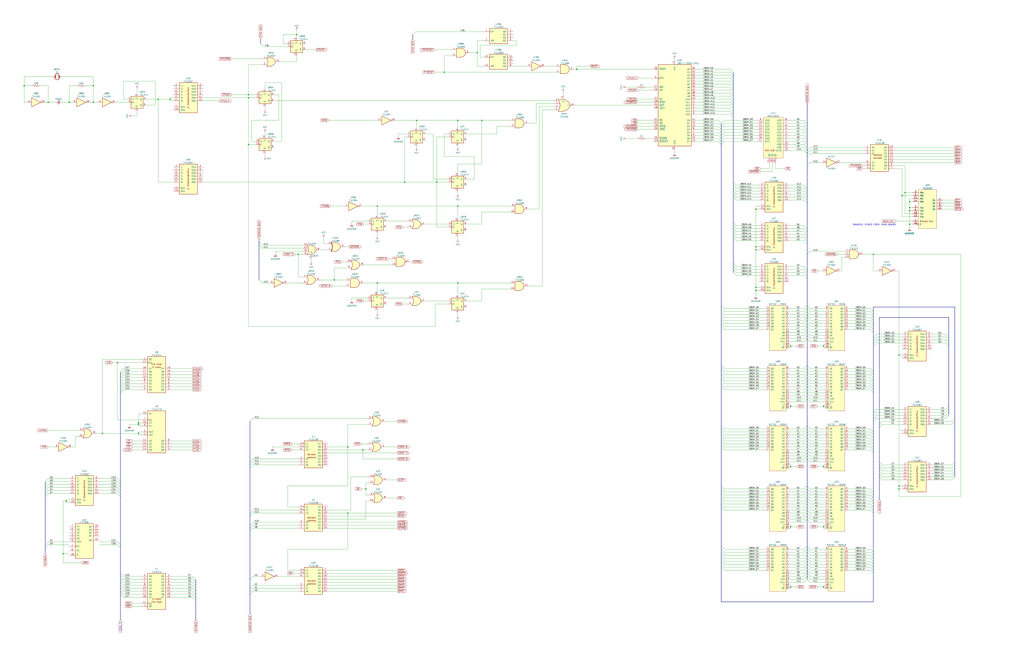
<source format=kicad_sch>
(kicad_sch (version 20230121) (generator eeschema)
  (paper "D")
  (title_block (title "TAITO SYSTEM SJ") (company "ANTON GALE"))
  (junction (at 637.54 210.82))
  (junction (at 374.65 60.96))
  (junction (at 386.08 101.6))
  (junction (at 209.55 80.01))
  (junction (at 767.08 177.8))
  (junction (at 116.84 365.76))
  (junction (at 767.08 189.23))
  (junction (at 767.08 175.26))
  (junction (at 694.69 393.7))
  (junction (at 666.75 342.9))
  (junction (at 694.69 292.1))
  (junction (at 666.75 444.5))
  (junction (at 99.06 306.07))
  (junction (at 694.69 444.5))
  (junction (at 736.6 214.63))
  (junction (at 666.75 393.7))
  (junction (at 20.32 72.39))
  (junction (at 209.55 82.55))
  (junction (at 281.94 236.22))
  (junction (at 58.42 86.36))
  (junction (at 143.51 83.82))
  (junction (at 318.2866 238.76))
  (junction (at 760.73 165.1))
  (junction (at 637.54 242.57))
  (junction (at 341.1466 153.67))
  (junction (at 293.37 433.07))
  (junction (at 666.75 292.1))
  (junction (at 694.69 495.3))
  (junction (at 293.37 377.19))
  (junction (at 55.88 422.91))
  (junction (at 133.35 83.82))
  (junction (at 758.19 299.72))
  (junction (at 758.19 412.75))
  (junction (at 318.2866 173.99))
  (junction (at 486.41 58.42))
  (junction (at 251.46 214.63))
  (junction (at 763.27 162.56))
  (junction (at 86.36 365.76))
  (junction (at 351.3066 101.6))
  (junction (at 368.3 153.67))
  (junction (at 637.54 176.53))
  (junction (at 250.19 29.21))
  (junction (at 308.61 412.75))
  (junction (at 386.08 173.99))
  (junction (at 40.64 86.36))
  (junction (at 402.59 44.45))
  (junction (at 78.74 86.36))
  (junction (at 306.07 379.73))
  (junction (at 694.69 342.9))
  (junction (at 666.75 495.3))
  (junction (at 53.34 467.36))
  (junction (at 116.84 358.14))
  (junction (at 116.84 356.87))
  (junction (at 78.74 72.39))
  (junction (at 386.08 238.76))
  (junction (at 406.4 101.6))
  (junction (at 758.19 410.21))
  (junction (at 767.08 170.18))
  (junction (at 209.55 121.92))
  (junction (at 637.54 208.28))
  (junction (at 637.54 245.11))
  (bus_entry (at 213.36 496.57) (size -2.54 2.54))
  (bus_entry (at 678.18 438.15) (size 2.54 -2.54))
  (bus_entry (at 610.87 278.13) (size -2.54 -2.54))
  (bus_entry (at 683.26 415.29) (size -2.54 -2.54))
  (bus_entry (at 104.14 491.49) (size -2.54 -2.54))
  (bus_entry (at 40.64 416.56) (size -2.54 2.54))
  (bus_entry (at 683.26 422.91) (size -2.54 -2.54))
  (bus_entry (at 610.87 478.79) (size -2.54 -2.54))
  (bus_entry (at 213.36 353.06) (size -2.54 2.54))
  (bus_entry (at 678.18 119.38) (size 2.54 2.54))
  (bus_entry (at 615.95 68.58) (size 2.54 2.54))
  (bus_entry (at 621.03 193.04) (size -2.54 -2.54))
  (bus_entry (at 104.14 323.85) (size -2.54 2.54))
  (bus_entry (at 99.06 403.86) (size 2.54 2.54))
  (bus_entry (at 744.22 400.05) (size -2.54 -2.54))
  (bus_entry (at 610.87 374.65) (size -2.54 -2.54))
  (bus_entry (at 739.14 345.44) (size -2.54 2.54))
  (bus_entry (at 734.06 318.77) (size 2.54 2.54))
  (bus_entry (at 805.18 402.59) (size -2.54 2.54))
  (bus_entry (at 734.06 267.97) (size 2.54 2.54))
  (bus_entry (at 621.03 198.12) (size -2.54 -2.54))
  (bus_entry (at 621.03 163.83) (size -2.54 -2.54))
  (bus_entry (at 683.26 488.95) (size -2.54 -2.54))
  (bus_entry (at 610.87 318.77) (size -2.54 -2.54))
  (bus_entry (at 615.95 88.9) (size 2.54 2.54))
  (bus_entry (at 610.87 420.37) (size -2.54 -2.54))
  (bus_entry (at 734.06 427.99) (size 2.54 2.54))
  (bus_entry (at 734.06 417.83) (size 2.54 2.54))
  (bus_entry (at 678.18 435.61) (size 2.54 -2.54))
  (bus_entry (at 678.18 124.46) (size 2.54 2.54))
  (bus_entry (at 734.06 430.53) (size 2.54 2.54))
  (bus_entry (at 683.26 278.13) (size -2.54 -2.54))
  (bus_entry (at 99.06 459.74) (size 2.54 2.54))
  (bus_entry (at 162.56 504.19) (size 2.54 2.54))
  (bus_entry (at 104.14 494.03) (size -2.54 -2.54))
  (bus_entry (at 610.87 372.11) (size -2.54 -2.54))
  (bus_entry (at 678.18 364.49) (size 2.54 -2.54))
  (bus_entry (at 678.18 190.5) (size 2.54 2.54))
  (bus_entry (at 610.87 367.03) (size -2.54 -2.54))
  (bus_entry (at 678.18 466.09) (size 2.54 -2.54))
  (bus_entry (at 805.18 392.43) (size -2.54 2.54))
  (bus_entry (at 220.98 207.01) (size -2.54 -2.54))
  (bus_entry (at 683.26 137.16) (size -2.54 2.54))
  (bus_entry (at 610.87 430.53) (size -2.54 -2.54))
  (bus_entry (at 605.79 111.76) (size 2.54 2.54))
  (bus_entry (at 610.87 361.95) (size -2.54 -2.54))
  (bus_entry (at 805.18 400.05) (size -2.54 2.54))
  (bus_entry (at 621.03 232.41) (size -2.54 -2.54))
  (bus_entry (at 683.26 280.67) (size -2.54 -2.54))
  (bus_entry (at 797.56 347.98) (size 2.54 -2.54))
  (bus_entry (at 610.87 116.84) (size -2.54 2.54))
  (bus_entry (at 678.18 473.71) (size 2.54 -2.54))
  (bus_entry (at 610.87 114.3) (size -2.54 2.54))
  (bus_entry (at 683.26 316.23) (size -2.54 -2.54))
  (bus_entry (at 220.98 209.55) (size -2.54 -2.54))
  (bus_entry (at 40.64 459.74) (size -2.54 2.54))
  (bus_entry (at 678.18 387.35) (size 2.54 -2.54))
  (bus_entry (at 40.64 414.02) (size -2.54 2.54))
  (bus_entry (at 734.06 412.75) (size 2.54 2.54))
  (bus_entry (at 734.06 379.73) (size 2.54 2.54))
  (bus_entry (at 678.18 425.45) (size 2.54 -2.54))
  (bus_entry (at 605.79 109.22) (size 2.54 2.54))
  (bus_entry (at 610.87 471.17) (size -2.54 -2.54))
  (bus_entry (at 610.87 313.69) (size -2.54 -2.54))
  (bus_entry (at 734.06 270.51) (size 2.54 2.54))
  (bus_entry (at 610.87 364.49) (size -2.54 -2.54))
  (bus_entry (at 213.36 389.89) (size -2.54 2.54))
  (bus_entry (at 615.95 71.12) (size 2.54 2.54))
  (bus_entry (at 621.03 158.75) (size -2.54 -2.54))
  (bus_entry (at 104.14 488.95) (size -2.54 -2.54))
  (bus_entry (at 615.95 93.98) (size 2.54 2.54))
  (bus_entry (at 734.06 377.19) (size 2.54 2.54))
  (bus_entry (at 739.14 281.94) (size -2.54 2.54))
  (bus_entry (at 621.03 190.5) (size -2.54 -2.54))
  (bus_entry (at 683.26 129.54) (size -2.54 2.54))
  (bus_entry (at 621.03 166.37) (size -2.54 -2.54))
  (bus_entry (at 734.06 313.69) (size 2.54 2.54))
  (bus_entry (at 678.18 227.33) (size 2.54 2.54))
  (bus_entry (at 678.18 379.73) (size 2.54 -2.54))
  (bus_entry (at 678.18 224.79) (size 2.54 2.54))
  (bus_entry (at 615.95 66.04) (size 2.54 2.54))
  (bus_entry (at 213.36 443.23) (size -2.54 2.54))
  (bus_entry (at 615.95 78.74) (size 2.54 2.54))
  (bus_entry (at 610.87 417.83) (size -2.54 -2.54))
  (bus_entry (at 678.18 476.25) (size 2.54 -2.54))
  (bus_entry (at 40.64 457.2) (size -2.54 2.54))
  (bus_entry (at 104.14 311.15) (size -2.54 2.54))
  (bus_entry (at 213.36 499.11) (size -2.54 2.54))
  (bus_entry (at 734.06 323.85) (size 2.54 2.54))
  (bus_entry (at 683.26 471.17) (size -2.54 -2.54))
  (bus_entry (at 683.26 476.25) (size -2.54 -2.54))
  (bus_entry (at 615.95 96.52) (size 2.54 2.54))
  (bus_entry (at 678.18 232.41) (size 2.54 2.54))
  (bus_entry (at 610.87 260.35) (size -2.54 -2.54))
  (bus_entry (at 99.06 411.48) (size 2.54 2.54))
  (bus_entry (at 678.18 166.37) (size 2.54 2.54))
  (bus_entry (at 610.87 379.73) (size -2.54 -2.54))
  (bus_entry (at 797.56 281.94) (size 2.54 2.54))
  (bus_entry (at 610.87 316.23) (size -2.54 -2.54))
  (bus_entry (at 678.18 318.77) (size 2.54 -2.54))
  (bus_entry (at 222.25 39.37) (size -2.54 -2.54))
  (bus_entry (at 610.87 104.14) (size -2.54 2.54))
  (bus_entry (at 610.87 270.51) (size -2.54 -2.54))
  (bus_entry (at 734.06 476.25) (size 2.54 2.54))
  (bus_entry (at 678.18 430.53) (size 2.54 -2.54))
  (bus_entry (at 213.36 392.43) (size -2.54 2.54))
  (bus_entry (at 734.06 415.29) (size 2.54 2.54))
  (bus_entry (at 683.26 267.97) (size -2.54 -2.54))
  (bus_entry (at 605.79 106.68) (size 2.54 2.54))
  (bus_entry (at 678.18 326.39) (size 2.54 -2.54))
  (bus_entry (at 683.26 275.59) (size -2.54 -2.54))
  (bus_entry (at 734.06 367.03) (size 2.54 2.54))
  (bus_entry (at 104.14 504.19) (size -2.54 -2.54))
  (bus_entry (at 213.36 433.07) (size -2.54 2.54))
  (bus_entry (at 683.26 473.71) (size -2.54 -2.54))
  (bus_entry (at 734.06 372.11) (size 2.54 2.54))
  (bus_entry (at 610.87 111.76) (size -2.54 2.54))
  (bus_entry (at 610.87 328.93) (size -2.54 -2.54))
  (bus_entry (at 683.26 260.35) (size -2.54 -2.54))
  (bus_entry (at 615.95 58.42) (size 2.54 2.54))
  (bus_entry (at 678.18 384.81) (size 2.54 -2.54))
  (bus_entry (at 683.26 387.35) (size -2.54 -2.54))
  (bus_entry (at 610.87 311.15) (size -2.54 -2.54))
  (bus_entry (at 734.06 481.33) (size 2.54 2.54))
  (bus_entry (at 683.26 440.69) (size -2.54 -2.54))
  (bus_entry (at 734.06 374.65) (size 2.54 2.54))
  (bus_entry (at 683.26 377.19) (size -2.54 -2.54))
  (bus_entry (at 683.26 124.46) (size -2.54 2.54))
  (bus_entry (at 744.22 392.43) (size -2.54 -2.54))
  (bus_entry (at 220.98 238.76) (size -2.54 -2.54))
  (bus_entry (at 805.18 397.51) (size -2.54 2.54))
  (bus_entry (at 797.56 287.02) (size 2.54 2.54))
  (bus_entry (at 678.18 334.01) (size 2.54 -2.54))
  (bus_entry (at 683.26 367.03) (size -2.54 -2.54))
  (bus_entry (at 678.18 328.93) (size 2.54 -2.54))
  (bus_entry (at 678.18 109.22) (size 2.54 2.54))
  (bus_entry (at 610.87 262.89) (size -2.54 -2.54))
  (bus_entry (at 610.87 369.57) (size -2.54 -2.54))
  (bus_entry (at 610.87 109.22) (size -2.54 2.54))
  (bus_entry (at 683.26 478.79) (size -2.54 -2.54))
  (bus_entry (at 678.18 229.87) (size 2.54 2.54))
  (bus_entry (at 99.06 457.2) (size 2.54 2.54))
  (bus_entry (at 683.26 288.29) (size -2.54 -2.54))
  (bus_entry (at 734.06 326.39) (size 2.54 2.54))
  (bus_entry (at 678.18 488.95) (size 2.54 -2.54))
  (bus_entry (at 162.56 499.11) (size 2.54 2.54))
  (bus_entry (at 621.03 224.79) (size -2.54 -2.54))
  (bus_entry (at 683.26 323.85) (size -2.54 -2.54))
  (bus_entry (at 610.87 463.55) (size -2.54 -2.54))
  (bus_entry (at 744.22 402.59) (size -2.54 -2.54))
  (bus_entry (at 678.18 331.47) (size 2.54 -2.54))
  (bus_entry (at 734.06 468.63) (size 2.54 2.54))
  (bus_entry (at 678.18 468.63) (size 2.54 -2.54))
  (bus_entry (at 683.26 364.49) (size -2.54 -2.54))
  (bus_entry (at 683.26 427.99) (size -2.54 -2.54))
  (bus_entry (at 797.56 284.48) (size 2.54 2.54))
  (bus_entry (at 683.26 311.15) (size -2.54 -2.54))
  (bus_entry (at 683.26 430.53) (size -2.54 -2.54))
  (bus_entry (at 683.26 285.75) (size -2.54 -2.54))
  (bus_entry (at 162.56 494.03) (size 2.54 2.54))
  (bus_entry (at 678.18 483.87) (size 2.54 -2.54))
  (bus_entry (at 744.22 394.97) (size -2.54 -2.54))
  (bus_entry (at 99.06 416.56) (size 2.54 2.54))
  (bus_entry (at 683.26 382.27) (size -2.54 -2.54))
  (bus_entry (at 734.06 463.55) (size 2.54 2.54))
  (bus_entry (at 683.26 328.93) (size -2.54 -2.54))
  (bus_entry (at 739.14 287.02) (size -2.54 2.54))
  (bus_entry (at 734.06 278.13) (size 2.54 2.54))
  (bus_entry (at 621.03 200.66) (size -2.54 -2.54))
  (bus_entry (at 40.64 411.48) (size -2.54 2.54))
  (bus_entry (at 678.18 161.29) (size 2.54 2.54))
  (bus_entry (at 744.22 397.51) (size -2.54 -2.54))
  (bus_entry (at 678.18 339.09) (size 2.54 -2.54))
  (bus_entry (at 683.26 433.07) (size -2.54 -2.54))
  (bus_entry (at 734.06 473.71) (size 2.54 2.54))
  (bus_entry (at 683.26 384.81) (size -2.54 -2.54))
  (bus_entry (at 615.95 63.5) (size 2.54 2.54))
  (bus_entry (at 683.26 463.55) (size -2.54 -2.54))
  (bus_entry (at 104.14 326.39) (size -2.54 2.54))
  (bus_entry (at 678.18 101.6) (size 2.54 2.54))
  (bus_entry (at 678.18 262.89) (size 2.54 -2.54))
  (bus_entry (at 213.36 440.69) (size -2.54 2.54))
  (bus_entry (at 610.87 273.05) (size -2.54 -2.54))
  (bus_entry (at 678.18 267.97) (size 2.54 -2.54))
  (bus_entry (at 678.18 285.75) (size 2.54 -2.54))
  (bus_entry (at 610.87 415.29) (size -2.54 -2.54))
  (bus_entry (at 734.06 260.35) (size 2.54 2.54))
  (bus_entry (at 104.14 313.69) (size -2.54 2.54))
  (bus_entry (at 678.18 471.17) (size 2.54 -2.54))
  (bus_entry (at 678.18 195.58) (size 2.54 2.54))
  (bus_entry (at 683.26 369.57) (size -2.54 -2.54))
  (bus_entry (at 162.56 501.65) (size 2.54 2.54))
  (bus_entry (at 213.36 445.77) (size -2.54 2.54))
  (bus_entry (at 805.18 355.6) (size -2.54 2.54))
  (bus_entry (at 805.18 353.06) (size -2.54 2.54))
  (bus_entry (at 350.52 26.67) (size -2.54 2.54))
  (bus_entry (at 683.26 372.11) (size -2.54 -2.54))
  (bus_entry (at 683.26 326.39) (size -2.54 -2.54))
  (bus_entry (at 610.87 265.43) (size -2.54 -2.54))
  (bus_entry (at 678.18 198.12) (size 2.54 2.54))
  (bus_entry (at 683.26 468.63) (size -2.54 -2.54))
  (bus_entry (at 678.18 417.83) (size 2.54 -2.54))
  (bus_entry (at 678.18 321.31) (size 2.54 -2.54))
  (bus_entry (at 683.26 481.33) (size -2.54 -2.54))
  (bus_entry (at 734.06 321.31) (size 2.54 2.54))
  (bus_entry (at 678.18 283.21) (size 2.54 -2.54))
  (bus_entry (at 678.18 313.69) (size 2.54 -2.54))
  (bus_entry (at 683.26 417.83) (size -2.54 -2.54))
  (bus_entry (at 610.87 412.75) (size -2.54 -2.54))
  (bus_entry (at 683.26 412.75) (size -2.54 -2.54))
  (bus_entry (at 610.87 422.91) (size -2.54 -2.54))
  (bus_entry (at 683.26 379.73) (size -2.54 -2.54))
  (bus_entry (at 805.18 389.89) (size -2.54 2.54))
  (bus_entry (at 678.18 478.79) (size 2.54 -2.54))
  (bus_entry (at 683.26 466.09) (size -2.54 -2.54))
  (bus_entry (at 213.36 430.53) (size -2.54 2.54))
  (bus_entry (at 734.06 311.15) (size 2.54 2.54))
  (bus_entry (at 797.56 350.52) (size 2.54 -2.54))
  (bus_entry (at 678.18 369.57) (size 2.54 -2.54))
  (bus_entry (at 104.14 318.77) (size -2.54 2.54))
  (bus_entry (at 734.06 369.57) (size 2.54 2.54))
  (bus_entry (at 621.03 168.91) (size -2.54 -2.54))
  (bus_entry (at 678.18 288.29) (size 2.54 -2.54))
  (bus_entry (at 734.06 265.43) (size 2.54 2.54))
  (bus_entry (at 683.26 425.45) (size -2.54 -2.54))
  (bus_entry (at 678.18 311.15) (size 2.54 -2.54))
  (bus_entry (at 610.87 275.59) (size -2.54 -2.54))
  (bus_entry (at 621.03 203.2) (size -2.54 -2.54))
  (bus_entry (at 683.26 438.15) (size -2.54 -2.54))
  (bus_entry (at 162.56 496.57) (size 2.54 2.54))
  (bus_entry (at 797.56 353.06) (size 2.54 -2.54))
  (bus_entry (at 683.26 313.69) (size -2.54 -2.54))
  (bus_entry (at 678.18 377.19) (size 2.54 -2.54))
  (bus_entry (at 621.03 161.29) (size -2.54 -2.54))
  (bus_entry (at 678.18 121.92) (size 2.54 2.54))
  (bus_entry (at 683.26 283.21) (size -2.54 -2.54))
  (bus_entry (at 678.18 106.68) (size 2.54 2.54))
  (bus_entry (at 678.18 481.33) (size 2.54 -2.54))
  (bus_entry (at 683.26 491.49) (size -2.54 -2.54))
  (bus_entry (at 734.06 364.49) (size 2.54 2.54))
  (bus_entry (at 744.22 405.13) (size -2.54 -2.54))
  (bus_entry (at 40.64 403.86) (size -2.54 2.54))
  (bus_entry (at 610.87 476.25) (size -2.54 -2.54))
  (bus_entry (at 610.87 326.39) (size -2.54 -2.54))
  (bus_entry (at 678.18 420.37) (size 2.54 -2.54))
  (bus_entry (at 683.26 331.47) (size -2.54 -2.54))
  (bus_entry (at 739.14 284.48) (size -2.54 2.54))
  (bus_entry (at 615.95 73.66) (size 2.54 2.54))
  (bus_entry (at 683.26 420.37) (size -2.54 -2.54))
  (bus_entry (at 605.79 104.14) (size 2.54 2.54))
  (bus_entry (at 615.95 60.96) (size 2.54 2.54))
  (bus_entry (at 615.95 76.2) (size 2.54 2.54))
  (bus_entry (at 615.95 83.82) (size 2.54 2.54))
  (bus_entry (at 678.18 427.99) (size 2.54 -2.54))
  (bus_entry (at 734.06 328.93) (size 2.54 2.54))
  (bus_entry (at 678.18 200.66) (size 2.54 2.54))
  (bus_entry (at 162.56 486.41) (size 2.54 2.54))
  (bus_entry (at 678.18 491.49) (size 2.54 -2.54))
  (bus_entry (at 678.18 270.51) (size 2.54 -2.54))
  (bus_entry (at 734.06 275.59) (size 2.54 2.54))
  (bus_entry (at 734.06 316.23) (size 2.54 2.54))
  (bus_entry (at 621.03 229.87) (size -2.54 -2.54))
  (bus_entry (at 678.18 361.95) (size 2.54 -2.54))
  (bus_entry (at 213.36 387.35) (size -2.54 2.54))
  (bus_entry (at 621.03 195.58) (size -2.54 -2.54))
  (bus_entry (at 678.18 114.3) (size 2.54 2.54))
  (bus_entry (at 678.18 433.07) (size 2.54 -2.54))
  (bus_entry (at 610.87 427.99) (size -2.54 -2.54))
  (bus_entry (at 739.14 347.98) (size -2.54 2.54))
  (bus_entry (at 678.18 111.76) (size 2.54 2.54))
  (bus_entry (at 739.14 350.52) (size -2.54 2.54))
  (bus_entry (at 683.26 486.41) (size -2.54 -2.54))
  (bus_entry (at 678.18 372.11) (size 2.54 -2.54))
  (bus_entry (at 615.95 86.36) (size 2.54 2.54))
  (bus_entry (at 734.06 471.17) (size 2.54 2.54))
  (bus_entry (at 678.18 280.67) (size 2.54 -2.54))
  (bus_entry (at 621.03 156.21) (size -2.54 -2.54))
  (bus_entry (at 605.79 114.3) (size 2.54 2.54))
  (bus_entry (at 805.18 394.97) (size -2.54 2.54))
  (bus_entry (at 678.18 278.13) (size 2.54 -2.54))
  (bus_entry (at 615.95 81.28) (size 2.54 2.54))
  (bus_entry (at 610.87 425.45) (size -2.54 -2.54))
  (bus_entry (at 104.14 328.93) (size -2.54 2.54))
  (bus_entry (at 683.26 435.61) (size -2.54 -2.54))
  (bus_entry (at 605.79 119.38) (size 2.54 2.54))
  (bus_entry (at 797.56 289.56) (size 2.54 2.54))
  (bus_entry (at 104.14 496.57) (size -2.54 -2.54))
  (bus_entry (at 678.18 116.84) (size 2.54 2.54))
  (bus_entry (at 678.18 316.23) (size 2.54 -2.54))
  (bus_entry (at 605.79 101.6) (size 2.54 2.54))
  (bus_entry (at 610.87 323.85) (size -2.54 -2.54))
  (bus_entry (at 678.18 193.04) (size 2.54 2.54))
  (bus_entry (at 678.18 127) (size 2.54 2.54))
  (bus_entry (at 678.18 463.55) (size 2.54 -2.54))
  (bus_entry (at 162.56 488.95) (size 2.54 2.54))
  (bus_entry (at 678.18 168.91) (size 2.54 2.54))
  (bus_entry (at 104.14 501.65) (size -2.54 -2.54))
  (bus_entry (at 678.18 382.27) (size 2.54 -2.54))
  (bus_entry (at 683.26 265.43) (size -2.54 -2.54))
  (bus_entry (at 678.18 323.85) (size 2.54 -2.54))
  (bus_entry (at 683.26 262.89) (size -2.54 -2.54))
  (bus_entry (at 678.18 389.89) (size 2.54 -2.54))
  (bus_entry (at 610.87 106.68) (size -2.54 2.54))
  (bus_entry (at 678.18 265.43) (size 2.54 -2.54))
  (bus_entry (at 610.87 377.19) (size -2.54 -2.54))
  (bus_entry (at 678.18 422.91) (size 2.54 -2.54))
  (bus_entry (at 40.64 408.94) (size -2.54 2.54))
  (bus_entry (at 40.64 406.4) (size -2.54 2.54))
  (bus_entry (at 610.87 101.6) (size -2.54 2.54))
  (bus_entry (at 615.95 91.44) (size 2.54 2.54))
  (bus_entry (at 621.03 227.33) (size -2.54 -2.54))
  (bus_entry (at 683.26 483.87) (size -2.54 -2.54))
  (bus_entry (at 610.87 119.38) (size -2.54 2.54))
  (bus_entry (at 610.87 466.09) (size -2.54 -2.54))
  (bus_entry (at 683.26 374.65) (size -2.54 -2.54))
  (bus_entry (at 610.87 321.31) (size -2.54 -2.54))
  (bus_entry (at 678.18 336.55) (size 2.54 -2.54))
  (bus_entry (at 678.18 203.2) (size 2.54 2.54))
  (bus_entry (at 734.06 478.79) (size 2.54 2.54))
  (bus_entry (at 683.26 389.89) (size -2.54 -2.54))
  (bus_entry (at 99.06 408.94) (size 2.54 2.54))
  (bus_entry (at 683.26 321.31) (size -2.54 -2.54))
  (bus_entry (at 678.18 374.65) (size 2.54 -2.54))
  (bus_entry (at 104.14 499.11) (size -2.54 -2.54))
  (bus_entry (at 213.36 494.03) (size -2.54 2.54))
  (bus_entry (at 734.06 262.89) (size 2.54 2.54))
  (bus_entry (at 683.26 212.09) (size -2.54 2.54))
  (bus_entry (at 104.14 316.23) (size -2.54 2.54))
  (bus_entry (at 99.06 414.02) (size 2.54 2.54))
  (bus_entry (at 678.18 367.03) (size 2.54 -2.54))
  (bus_entry (at 683.26 127) (size -2.54 2.54))
  (bus_entry (at 734.06 273.05) (size 2.54 2.54))
  (bus_entry (at 678.18 156.21) (size 2.54 2.54))
  (bus_entry (at 610.87 481.33) (size -2.54 -2.54))
  (bus_entry (at 610.87 473.71) (size -2.54 -2.54))
  (bus_entry (at 678.18 273.05) (size 2.54 -2.54))
  (bus_entry (at 678.18 158.75) (size 2.54 2.54))
  (bus_entry (at 683.26 318.77) (size -2.54 -2.54))
  (bus_entry (at 678.18 104.14) (size 2.54 2.54))
  (bus_entry (at 99.06 406.4) (size 2.54 2.54))
  (bus_entry (at 104.14 321.31) (size -2.54 2.54))
  (bus_entry (at 678.18 440.69) (size 2.54 -2.54))
  (bus_entry (at 678.18 486.41) (size 2.54 -2.54))
  (bus_entry (at 605.79 116.84) (size 2.54 2.54))
  (bus_entry (at 683.26 273.05) (size -2.54 -2.54))
  (bus_entry (at 610.87 267.97) (size -2.54 -2.54))
  (bus_entry (at 739.14 289.56) (size -2.54 2.54))
  (bus_entry (at 678.18 412.75) (size 2.54 -2.54))
  (bus_entry (at 683.26 334.01) (size -2.54 -2.54))
  (bus_entry (at 104.14 486.41) (size -2.54 -2.54))
  (bus_entry (at 734.06 361.95) (size 2.54 2.54))
  (bus_entry (at 678.18 260.35) (size 2.54 -2.54))
  (bus_entry (at 213.36 486.41) (size -2.54 2.54))
  (bus_entry (at 162.56 491.49) (size 2.54 2.54))
  (bus_entry (at 734.06 420.37) (size 2.54 2.54))
  (bus_entry (at 744.22 355.6) (size -2.54 2.54))
  (bus_entry (at 734.06 422.91) (size 2.54 2.54))
  (bus_entry (at 797.56 345.44) (size 2.54 -2.54))
  (bus_entry (at 683.26 270.51) (size -2.54 -2.54))
  (bus_entry (at 683.26 336.55) (size -2.54 -2.54))
  (bus_entry (at 678.18 275.59) (size 2.54 -2.54))
  (bus_entry (at 734.06 466.09) (size 2.54 2.54))
  (bus_entry (at 734.06 425.45) (size 2.54 2.54))
  (bus_entry (at 739.14 353.06) (size -2.54 2.54))
  (bus_entry (at 744.22 358.14) (size -2.54 2.54))
  (bus_entry (at 678.18 415.29) (size 2.54 -2.54))
  (bus_entry (at 610.87 468.63) (size -2.54 -2.54))
  (bus_entry (at 683.26 339.09) (size -2.54 -2.54))
  (bus_entry (at 678.18 163.83) (size 2.54 2.54))
  (bus_entry (at 683.26 361.95) (size -2.54 -2.54))
  (wire (pts (xy 689.61 444.5) (xy 694.69 444.5)))
  (wire (pts (xy 666.75 444.5) (xy 671.83 444.5)))
  (bus (pts (xy 680.72 463.55) (xy 680.72 466.09)))
  (wire (pts (xy 646.43 364.49) (xy 610.87 364.49)))
  (wire (pts (xy 209.55 121.92) (xy 209.55 275.59)))
  (bus (pts (xy 736.6 355.6) (xy 736.6 364.49)))
  (wire (pts (xy 318.2866 173.99) (xy 318.2866 181.61)))
  (bus (pts (xy 680.72 313.69) (xy 680.72 316.23)))
  (wire (pts (xy 257.81 41.91) (xy 266.7 41.91)))
  (wire (pts (xy 60.96 377.19) (xy 63.5 377.19)))
  (wire (pts (xy 695.96 334.01) (xy 683.26 334.01)))
  (bus (pts (xy 680.72 275.59) (xy 680.72 278.13)))
  (bus (pts (xy 210.82 394.97) (xy 210.82 392.43)))
  (wire (pts (xy 568.96 50.8) (xy 568.96 49.53)))
  (bus (pts (xy 101.6 416.56) (xy 101.6 419.1)))
  (bus (pts (xy 618.49 66.04) (xy 618.49 63.5)))
  (bus (pts (xy 800.1 284.48) (xy 800.1 287.02)))
  (wire (pts (xy 63.5 377.19) (xy 63.5 368.3)))
  (wire (pts (xy 20.32 72.39) (xy 26.67 72.39)))
  (wire (pts (xy 694.69 495.3) (xy 694.69 496.57)))
  (wire (pts (xy 758.19 412.75) (xy 758.19 419.1)))
  (wire (pts (xy 646.43 270.51) (xy 610.87 270.51)))
  (wire (pts (xy 586.74 86.36) (xy 615.95 86.36)))
  (bus (pts (xy 608.33 270.51) (xy 608.33 267.97)))
  (bus (pts (xy 680.72 104.14) (xy 680.72 106.68)))
  (wire (pts (xy 665.48 372.11) (xy 678.18 372.11)))
  (bus (pts (xy 680.72 116.84) (xy 680.72 119.38)))
  (wire (pts (xy 767.08 177.8) (xy 767.08 189.23)))
  (wire (pts (xy 695.96 417.83) (xy 683.26 417.83)))
  (wire (pts (xy 695.96 430.53) (xy 683.26 430.53)))
  (wire (pts (xy 715.01 471.17) (xy 734.06 471.17)))
  (bus (pts (xy 608.33 323.85) (xy 608.33 326.39)))
  (wire (pts (xy 306.8566 238.76) (xy 318.2866 238.76)))
  (wire (pts (xy 767.08 175.26) (xy 767.08 177.8)))
  (bus (pts (xy 680.72 214.63) (xy 680.72 205.74)))
  (bus (pts (xy 736.6 328.93) (xy 736.6 331.47)))
  (wire (pts (xy 586.74 68.58) (xy 615.95 68.58)))
  (wire (pts (xy 646.43 313.69) (xy 610.87 313.69)))
  (wire (pts (xy 736.6 228.6) (xy 740.41 228.6)))
  (wire (pts (xy 665.48 275.59) (xy 678.18 275.59)))
  (wire (pts (xy 99.06 354.33) (xy 99.06 306.07)))
  (wire (pts (xy 104.14 328.93) (xy 119.38 328.93)))
  (bus (pts (xy 608.33 318.77) (xy 608.33 321.31)))
  (wire (pts (xy 786.13 358.14) (xy 802.64 358.14)))
  (bus (pts (xy 608.33 275.59) (xy 608.33 273.05)))
  (wire (pts (xy 20.32 64.77) (xy 20.32 72.39)))
  (bus (pts (xy 210.82 488.95) (xy 210.82 448.31)))
  (bus (pts (xy 680.72 234.95) (xy 680.72 257.81)))
  (wire (pts (xy 111.76 379.73) (xy 119.38 379.73)))
  (wire (pts (xy 406.4 179.07) (xy 430.53 179.07)))
  (wire (pts (xy 665.48 262.89) (xy 678.18 262.89)))
  (wire (pts (xy 610.87 106.68) (xy 638.81 106.68)))
  (wire (pts (xy 213.36 494.03) (xy 251.46 494.03)))
  (wire (pts (xy 715.01 275.59) (xy 734.06 275.59)))
  (bus (pts (xy 680.72 364.49) (xy 680.72 367.03)))
  (wire (pts (xy 695.96 433.07) (xy 683.26 433.07)))
  (wire (pts (xy 665.48 438.15) (xy 678.18 438.15)))
  (wire (pts (xy 665.48 430.53) (xy 678.18 430.53)))
  (wire (pts (xy 754.38 127) (xy 805.18 127)))
  (wire (pts (xy 665.48 425.45) (xy 678.18 425.45)))
  (wire (pts (xy 76.2 86.36) (xy 78.74 86.36)))
  (wire (pts (xy 325.9066 251.46) (xy 343.6866 251.46)))
  (bus (pts (xy 680.72 430.53) (xy 680.72 433.07)))
  (wire (pts (xy 115.57 93.98) (xy 115.57 97.79)))
  (bus (pts (xy 736.6 415.29) (xy 736.6 417.83)))
  (wire (pts (xy 40.64 406.4) (xy 58.42 406.4)))
  (bus (pts (xy 680.72 379.73) (xy 680.72 382.27)))
  (wire (pts (xy 58.42 467.36) (xy 53.34 467.36)))
  (bus (pts (xy 680.72 106.68) (xy 680.72 109.22)))
  (wire (pts (xy 695.96 486.41) (xy 683.26 486.41)))
  (wire (pts (xy 665.48 104.14) (xy 678.18 104.14)))
  (bus (pts (xy 680.72 308.61) (xy 680.72 311.15)))
  (wire (pts (xy 586.74 66.04) (xy 615.95 66.04)))
  (wire (pts (xy 402.59 34.29) (xy 407.67 34.29)))
  (wire (pts (xy 665.48 198.12) (xy 678.18 198.12)))
  (wire (pts (xy 99.06 403.86) (xy 83.82 403.86)))
  (wire (pts (xy 665.48 339.09) (xy 678.18 339.09)))
  (bus (pts (xy 618.49 99.06) (xy 618.49 96.52)))
  (wire (pts (xy 281.94 236.22) (xy 291.6166 236.22)))
  (wire (pts (xy 695.96 275.59) (xy 683.26 275.59)))
  (wire (pts (xy 754.38 132.08) (xy 805.18 132.08)))
  (wire (pts (xy 209.55 54.61) (xy 220.98 54.61)))
  (wire (pts (xy 58.42 86.36) (xy 58.42 72.39)))
  (wire (pts (xy 86.36 365.76) (xy 116.84 365.76)))
  (bus (pts (xy 736.6 478.79) (xy 736.6 481.33)))
  (wire (pts (xy 665.48 203.2) (xy 678.18 203.2)))
  (wire (pts (xy 209.55 80.01) (xy 215.9 80.01)))
  (wire (pts (xy 755.65 186.69) (xy 769.62 186.69)))
  (wire (pts (xy 665.48 106.68) (xy 678.18 106.68)))
  (bus (pts (xy 618.49 83.82) (xy 618.49 81.28)))
  (bus (pts (xy 736.6 323.85) (xy 736.6 326.39)))
  (wire (pts (xy 646.43 425.45) (xy 610.87 425.45)))
  (wire (pts (xy 232.41 212.09) (xy 232.41 214.63)))
  (wire (pts (xy 242.57 36.83) (xy 238.76 36.83)))
  (wire (pts (xy 406.4 101.6) (xy 406.4 138.43)))
  (bus (pts (xy 618.49 81.28) (xy 618.49 78.74)))
  (bus (pts (xy 210.82 496.57) (xy 210.82 488.95)))
  (wire (pts (xy 683.26 129.54) (xy 728.98 129.54)))
  (wire (pts (xy 651.51 138.43) (xy 651.51 144.78)))
  (wire (pts (xy 237.49 119.38) (xy 237.49 69.85)))
  (wire (pts (xy 52.07 64.77) (xy 78.74 64.77)))
  (bus (pts (xy 805.18 389.89) (xy 805.18 392.43)))
  (bus (pts (xy 38.1 459.74) (xy 38.1 462.28)))
  (wire (pts (xy 419.1 106.68) (xy 430.53 106.68)))
  (wire (pts (xy 116.84 356.87) (xy 116.84 358.14)))
  (wire (pts (xy 763.27 139.7) (xy 754.38 139.7)))
  (wire (pts (xy 665.48 109.22) (xy 678.18 109.22)))
  (wire (pts (xy 306.07 387.35) (xy 335.28 387.35)))
  (wire (pts (xy 689.61 495.3) (xy 694.69 495.3)))
  (wire (pts (xy 251.46 214.63) (xy 251.46 233.68)))
  (wire (pts (xy 288.29 220.98) (xy 292.1 220.98)))
  (wire (pts (xy 351.3066 101.6) (xy 351.3066 107.95)))
  (bus (pts (xy 736.6 353.06) (xy 736.6 355.6)))
  (bus (pts (xy 608.33 326.39) (xy 608.33 359.41)))
  (bus (pts (xy 38.1 419.1) (xy 38.1 459.74)))
  (wire (pts (xy 715.01 267.97) (xy 734.06 267.97)))
  (wire (pts (xy 406.4 243.84) (xy 430.53 243.84)))
  (wire (pts (xy 22.86 86.36) (xy 20.32 86.36)))
  (bus (pts (xy 736.6 427.99) (xy 736.6 430.53)))
  (wire (pts (xy 760.73 412.75) (xy 758.19 412.75)))
  (bus (pts (xy 618.49 224.79) (xy 618.49 227.33)))
  (wire (pts (xy 665.48 443.23) (xy 666.75 443.23)))
  (wire (pts (xy 715.01 311.15) (xy 734.06 311.15)))
  (wire (pts (xy 665.48 379.73) (xy 678.18 379.73)))
  (wire (pts (xy 381 46.99) (xy 374.65 46.99)))
  (wire (pts (xy 760.73 284.48) (xy 739.14 284.48)))
  (wire (pts (xy 646.43 321.31) (xy 610.87 321.31)))
  (wire (pts (xy 665.48 273.05) (xy 678.18 273.05)))
  (wire (pts (xy 665.48 265.43) (xy 678.18 265.43)))
  (wire (pts (xy 586.74 91.44) (xy 615.95 91.44)))
  (wire (pts (xy 53.34 467.36) (xy 53.34 474.98)))
  (wire (pts (xy 695.96 377.19) (xy 683.26 377.19)))
  (wire (pts (xy 754.38 142.24) (xy 760.73 142.24)))
  (bus (pts (xy 736.6 420.37) (xy 736.6 422.91)))
  (bus (pts (xy 736.6 280.67) (xy 736.6 284.48)))
  (wire (pts (xy 53.34 422.91) (xy 53.34 467.36)))
  (wire (pts (xy 292.1 226.06) (xy 281.94 226.06)))
  (wire (pts (xy 104.14 494.03) (xy 119.38 494.03)))
  (wire (pts (xy 665.48 124.46) (xy 678.18 124.46)))
  (wire (pts (xy 99.06 414.02) (xy 83.82 414.02)))
  (wire (pts (xy 386.08 264.16) (xy 386.08 266.7)))
  (wire (pts (xy 104.14 504.19) (xy 119.38 504.19)))
  (wire (pts (xy 646.43 473.71) (xy 610.87 473.71)))
  (wire (pts (xy 665.48 267.97) (xy 678.18 267.97)))
  (wire (pts (xy 646.43 367.03) (xy 610.87 367.03)))
  (wire (pts (xy 665.48 127) (xy 678.18 127)))
  (wire (pts (xy 665.48 336.55) (xy 678.18 336.55)))
  (bus (pts (xy 680.72 321.31) (xy 680.72 323.85)))
  (wire (pts (xy 640.08 200.66) (xy 621.03 200.66)))
  (wire (pts (xy 144.78 377.19) (xy 162.56 377.19)))
  (wire (pts (xy 786.13 284.48) (xy 797.56 284.48)))
  (wire (pts (xy 646.43 471.17) (xy 610.87 471.17)))
  (bus (pts (xy 736.6 364.49) (xy 736.6 367.03)))
  (wire (pts (xy 40.64 414.02) (xy 58.42 414.02)))
  (wire (pts (xy 104.14 318.77) (xy 119.38 318.77)))
  (wire (pts (xy 646.43 430.53) (xy 610.87 430.53)))
  (wire (pts (xy 695.96 361.95) (xy 683.26 361.95)))
  (wire (pts (xy 695.96 316.23) (xy 683.26 316.23)))
  (wire (pts (xy 666.75 342.9) (xy 671.83 342.9)))
  (wire (pts (xy 116.84 365.76) (xy 116.84 367.03)))
  (bus (pts (xy 101.6 488.95) (xy 101.6 491.49)))
  (bus (pts (xy 680.72 111.76) (xy 680.72 114.3)))
  (bus (pts (xy 680.72 114.3) (xy 680.72 116.84)))
  (wire (pts (xy 213.36 443.23) (xy 251.46 443.23)))
  (wire (pts (xy 116.84 358.14) (xy 116.84 359.41)))
  (wire (pts (xy 665.48 412.75) (xy 678.18 412.75)))
  (bus (pts (xy 680.72 328.93) (xy 680.72 331.47)))
  (bus (pts (xy 680.72 417.83) (xy 680.72 420.37)))
  (wire (pts (xy 144.78 491.49) (xy 162.56 491.49)))
  (wire (pts (xy 325.12 377.19) (xy 335.28 377.19)))
  (wire (pts (xy 586.74 60.96) (xy 615.95 60.96)))
  (wire (pts (xy 306.8566 254) (xy 310.6666 254)))
  (wire (pts (xy 666.75 393.7) (xy 671.83 393.7)))
  (wire (pts (xy 55.88 421.64) (xy 55.88 422.91)))
  (wire (pts (xy 695.96 468.63) (xy 683.26 468.63)))
  (wire (pts (xy 689.61 393.7) (xy 694.69 393.7)))
  (wire (pts (xy 306.07 379.73) (xy 306.07 387.35)))
  (wire (pts (xy 130.81 88.9) (xy 130.81 68.58)))
  (wire (pts (xy 485.14 88.9) (xy 551.18 88.9)))
  (bus (pts (xy 608.33 267.97) (xy 608.33 265.43)))
  (wire (pts (xy 695.96 369.57) (xy 683.26 369.57)))
  (bus (pts (xy 736.6 417.83) (xy 736.6 420.37)))
  (wire (pts (xy 763.27 162.56) (xy 763.27 139.7)))
  (wire (pts (xy 104.14 326.39) (xy 119.38 326.39)))
  (wire (pts (xy 78.74 72.39) (xy 78.74 64.77)))
  (bus (pts (xy 618.49 166.37) (xy 618.49 187.96)))
  (wire (pts (xy 637.54 210.82) (xy 640.08 210.82)))
  (wire (pts (xy 374.65 46.99) (xy 374.65 60.96)))
  (wire (pts (xy 760.73 353.06) (xy 739.14 353.06)))
  (wire (pts (xy 708.66 137.16) (xy 728.98 137.16)))
  (wire (pts (xy 99.06 459.74) (xy 83.82 459.74)))
  (wire (pts (xy 78.74 86.36) (xy 82.55 86.36)))
  (wire (pts (xy 695.96 466.09) (xy 683.26 466.09)))
  (bus (pts (xy 800.1 345.44) (xy 800.1 347.98)))
  (wire (pts (xy 251.46 377.19) (xy 229.87 377.19)))
  (wire (pts (xy 242.57 410.21) (xy 242.57 427.99)))
  (bus (pts (xy 680.72 139.7) (xy 680.72 158.75)))
  (wire (pts (xy 407.67 48.26) (xy 405.13 48.26)))
  (bus (pts (xy 800.1 350.52) (xy 800.1 347.98)))
  (bus (pts (xy 680.72 171.45) (xy 680.72 168.91)))
  (wire (pts (xy 695.96 374.65) (xy 683.26 374.65)))
  (wire (pts (xy 146.05 82.55) (xy 143.51 82.55)))
  (wire (pts (xy 430.53 101.6) (xy 406.4 101.6)))
  (bus (pts (xy 800.1 267.97) (xy 741.68 267.97)))
  (bus (pts (xy 618.49 195.58) (xy 618.49 198.12)))
  (wire (pts (xy 537.21 101.6) (xy 551.18 101.6)))
  (bus (pts (xy 618.49 71.12) (xy 618.49 68.58)))
  (wire (pts (xy 694.69 393.7) (xy 694.69 394.97)))
  (bus (pts (xy 680.72 369.57) (xy 680.72 372.11)))
  (wire (pts (xy 640.08 198.12) (xy 621.03 198.12)))
  (bus (pts (xy 680.72 438.15) (xy 680.72 461.01)))
  (wire (pts (xy 326.39 405.13) (xy 335.28 405.13)))
  (bus (pts (xy 101.6 321.31) (xy 101.6 323.85)))
  (bus (pts (xy 680.72 420.37) (xy 680.72 422.91)))
  (wire (pts (xy 695.96 473.71) (xy 683.26 473.71)))
  (wire (pts (xy 665.48 415.29) (xy 678.18 415.29)))
  (wire (pts (xy 568.96 127) (xy 568.96 129.54)))
  (wire (pts (xy 276.86 382.27) (xy 335.28 382.27)))
  (wire (pts (xy 368.3 191.77) (xy 368.3 153.67)))
  (wire (pts (xy 665.48 190.5) (xy 678.18 190.5)))
  (wire (pts (xy 610.87 114.3) (xy 638.81 114.3)))
  (bus (pts (xy 101.6 323.85) (xy 101.6 326.39)))
  (wire (pts (xy 586.74 106.68) (xy 605.79 106.68)))
  (wire (pts (xy 769.62 180.34) (xy 763.27 180.34)))
  (bus (pts (xy 680.72 229.87) (xy 680.72 227.33)))
  (wire (pts (xy 144.78 501.65) (xy 162.56 501.65)))
  (wire (pts (xy 55.88 422.91) (xy 55.88 424.18)))
  (bus (pts (xy 736.6 367.03) (xy 736.6 369.57)))
  (wire (pts (xy 393.7 254) (xy 406.4 254)))
  (bus (pts (xy 736.6 262.89) (xy 736.6 265.43)))
  (wire (pts (xy 144.78 488.95) (xy 162.56 488.95)))
  (bus (pts (xy 101.6 459.74) (xy 101.6 462.28)))
  (wire (pts (xy 715.01 316.23) (xy 734.06 316.23)))
  (wire (pts (xy 278.9166 173.99) (xy 290.3466 173.99)))
  (bus (pts (xy 210.82 445.77) (xy 210.82 443.23)))
  (wire (pts (xy 296.6966 186.69) (xy 296.6966 189.23)))
  (wire (pts (xy 715.01 468.63) (xy 734.06 468.63)))
  (bus (pts (xy 608.33 422.91) (xy 608.33 425.45)))
  (bus (pts (xy 680.72 316.23) (xy 680.72 318.77)))
  (wire (pts (xy 306.8566 189.23) (xy 310.6666 189.23)))
  (wire (pts (xy 144.78 328.93) (xy 162.56 328.93)))
  (wire (pts (xy 144.78 486.41) (xy 162.56 486.41)))
  (wire (pts (xy 637.54 245.11) (xy 640.08 245.11)))
  (wire (pts (xy 695.96 326.39) (xy 683.26 326.39)))
  (bus (pts (xy 608.33 468.63) (xy 608.33 471.17)))
  (wire (pts (xy 695.96 290.83) (xy 694.69 290.83)))
  (wire (pts (xy 220.98 207.01) (xy 255.27 207.01)))
  (bus (pts (xy 680.72 119.38) (xy 680.72 121.92)))
  (wire (pts (xy 754.38 124.46) (xy 805.18 124.46)))
  (wire (pts (xy 44.45 64.77) (xy 20.32 64.77)))
  (wire (pts (xy 368.3 115.57) (xy 368.3 153.67)))
  (wire (pts (xy 665.48 311.15) (xy 678.18 311.15)))
  (wire (pts (xy 486.41 55.88) (xy 497.84 55.88)))
  (wire (pts (xy 695.96 438.15) (xy 683.26 438.15)))
  (wire (pts (xy 246.38 379.73) (xy 251.46 379.73)))
  (wire (pts (xy 665.48 364.49) (xy 678.18 364.49)))
  (wire (pts (xy 457.2 241.3) (xy 457.2 92.71)))
  (wire (pts (xy 327.66 218.44) (xy 330.2 218.44)))
  (wire (pts (xy 537.21 104.14) (xy 551.18 104.14)))
  (wire (pts (xy 386.08 173.99) (xy 430.53 173.99)))
  (bus (pts (xy 680.72 234.95) (xy 680.72 232.41)))
  (wire (pts (xy 646.43 326.39) (xy 610.87 326.39)))
  (wire (pts (xy 665.48 161.29) (xy 678.18 161.29)))
  (wire (pts (xy 133.35 83.82) (xy 133.35 153.67)))
  (bus (pts (xy 680.72 367.03) (xy 680.72 369.57)))
  (wire (pts (xy 144.78 499.11) (xy 162.56 499.11)))
  (bus (pts (xy 736.6 473.71) (xy 736.6 476.25)))
  (wire (pts (xy 727.71 214.63) (xy 736.6 214.63)))
  (wire (pts (xy 695.96 280.67) (xy 683.26 280.67)))
  (bus (pts (xy 680.72 334.01) (xy 680.72 336.55)))
  (bus (pts (xy 101.6 499.11) (xy 101.6 501.65)))
  (wire (pts (xy 276.86 445.77) (xy 335.28 445.77)))
  (wire (pts (xy 665.48 473.71) (xy 678.18 473.71)))
  (wire (pts (xy 695.96 387.35) (xy 683.26 387.35)))
  (wire (pts (xy 220.98 209.55) (xy 255.27 209.55)))
  (wire (pts (xy 212.09 119.38) (xy 215.9 119.38)))
  (wire (pts (xy 365.2766 113.03) (xy 365.2766 151.13)))
  (bus (pts (xy 680.72 267.97) (xy 680.72 270.51)))
  (wire (pts (xy 53.34 474.98) (xy 68.58 474.98)))
  (wire (pts (xy 433.07 55.88) (xy 444.5 55.88)))
  (wire (pts (xy 586.74 58.42) (xy 615.95 58.42)))
  (wire (pts (xy 386.08 101.6) (xy 351.3066 101.6)))
  (wire (pts (xy 213.36 353.06) (xy 309.88 353.06)))
  (wire (pts (xy 445.77 104.14) (xy 452.12 104.14)))
  (bus (pts (xy 608.33 377.19) (xy 608.33 410.21)))
  (wire (pts (xy 665.48 496.57) (xy 666.75 496.57)))
  (bus (pts (xy 608.33 121.92) (xy 608.33 257.81)))
  (wire (pts (xy 695.96 270.51) (xy 683.26 270.51)))
  (bus (pts (xy 608.33 410.21) (xy 608.33 412.75)))
  (wire (pts (xy 586.74 73.66) (xy 615.95 73.66)))
  (wire (pts (xy 528.32 116.84) (xy 537.21 116.84)))
  (wire (pts (xy 386.08 161.29) (xy 386.08 163.83)))
  (bus (pts (xy 736.6 466.09) (xy 736.6 468.63)))
  (wire (pts (xy 223.52 92.71) (xy 223.52 90.17)))
  (wire (pts (xy 715.01 473.71) (xy 734.06 473.71)))
  (bus (pts (xy 101.6 483.87) (xy 101.6 486.41)))
  (wire (pts (xy 665.48 377.19) (xy 678.18 377.19)))
  (bus (pts (xy 736.6 292.1) (xy 736.6 313.69)))
  (wire (pts (xy 231.14 85.09) (xy 467.36 85.09)))
  (bus (pts (xy 805.18 353.06) (xy 805.18 355.6)))
  (bus (pts (xy 618.49 88.9) (xy 618.49 86.36)))
  (bus (pts (xy 608.33 109.22) (xy 608.33 111.76)))
  (bus (pts (xy 218.44 204.47) (xy 218.44 201.93)))
  (wire (pts (xy 640.08 229.87) (xy 621.03 229.87)))
  (wire (pts (xy 786.13 347.98) (xy 797.56 347.98)))
  (wire (pts (xy 695.96 311.15) (xy 683.26 311.15)))
  (wire (pts (xy 637.54 176.53) (xy 640.08 176.53)))
  (wire (pts (xy 695.96 341.63) (xy 694.69 341.63)))
  (bus (pts (xy 680.72 433.07) (xy 680.72 435.61)))
  (wire (pts (xy 646.43 361.95) (xy 610.87 361.95)))
  (wire (pts (xy 250.19 25.4) (xy 250.19 29.21)))
  (wire (pts (xy 666.75 443.23) (xy 666.75 444.5)))
  (wire (pts (xy 586.74 71.12) (xy 615.95 71.12)))
  (wire (pts (xy 706.12 214.63) (xy 712.47 214.63)))
  (wire (pts (xy 695.96 494.03) (xy 694.69 494.03)))
  (wire (pts (xy 767.08 189.23) (xy 767.08 193.04)))
  (wire (pts (xy 637.54 242.57) (xy 640.08 242.57)))
  (wire (pts (xy 760.73 355.6) (xy 744.22 355.6)))
  (wire (pts (xy 665.48 433.07) (xy 678.18 433.07)))
  (bus (pts (xy 736.6 372.11) (xy 736.6 374.65)))
  (wire (pts (xy 242.57 463.55) (xy 242.57 481.33)))
  (wire (pts (xy 537.21 109.22) (xy 551.18 109.22)))
  (wire (pts (xy 715.01 265.43) (xy 734.06 265.43)))
  (bus (pts (xy 741.68 267.97) (xy 741.68 358.14)))
  (wire (pts (xy 325.12 355.6) (xy 335.28 355.6)))
  (wire (pts (xy 695.96 483.87) (xy 683.26 483.87)))
  (bus (pts (xy 608.33 260.35) (xy 608.33 257.81)))
  (wire (pts (xy 276.86 496.57) (xy 335.28 496.57)))
  (wire (pts (xy 665.48 229.87) (xy 678.18 229.87)))
  (bus (pts (xy 741.68 397.51) (xy 741.68 400.05)))
  (wire (pts (xy 665.48 293.37) (xy 666.75 293.37)))
  (bus (pts (xy 680.72 168.91) (xy 680.72 166.37)))
  (wire (pts (xy 694.69 444.5) (xy 694.69 445.77)))
  (wire (pts (xy 637.54 176.53) (xy 637.54 208.28)))
  (bus (pts (xy 618.49 91.44) (xy 618.49 88.9)))
  (wire (pts (xy 715.01 420.37) (xy 734.06 420.37)))
  (bus (pts (xy 618.49 163.83) (xy 618.49 166.37)))
  (wire (pts (xy 695.96 389.89) (xy 683.26 389.89)))
  (wire (pts (xy 665.48 285.75) (xy 678.18 285.75)))
  (wire (pts (xy 637.54 242.57) (xy 637.54 245.11)))
  (bus (pts (xy 680.72 326.39) (xy 680.72 328.93)))
  (bus (pts (xy 38.1 406.4) (xy 38.1 408.94)))
  (wire (pts (xy 665.48 283.21) (xy 678.18 283.21)))
  (wire (pts (xy 695.96 382.27) (xy 683.26 382.27)))
  (bus (pts (xy 608.33 508) (xy 736.6 508)))
  (wire (pts (xy 715.01 412.75) (xy 734.06 412.75)))
  (bus (pts (xy 608.33 359.41) (xy 608.33 361.95)))
  (wire (pts (xy 99.06 408.94) (xy 83.82 408.94)))
  (wire (pts (xy 665.48 114.3) (xy 678.18 114.3)))
  (wire (pts (xy 144.78 374.65) (xy 162.56 374.65)))
  (wire (pts (xy 104.14 83.82) (xy 107.95 83.82)))
  (bus (pts (xy 38.1 414.02) (xy 38.1 416.56)))
  (bus (pts (xy 618.49 198.12) (xy 618.49 200.66)))
  (wire (pts (xy 40.64 377.19) (xy 45.72 377.19)))
  (wire (pts (xy 758.19 419.1) (xy 810.26 419.1)))
  (wire (pts (xy 95.25 306.07) (xy 99.06 306.07)))
  (wire (pts (xy 452.12 104.14) (xy 452.12 87.63)))
  (wire (pts (xy 123.19 83.82) (xy 133.35 83.82)))
  (wire (pts (xy 695.96 283.21) (xy 683.26 283.21)))
  (bus (pts (xy 680.72 331.47) (xy 680.72 334.01)))
  (wire (pts (xy 689.61 292.1) (xy 694.69 292.1)))
  (bus (pts (xy 680.72 278.13) (xy 680.72 280.67)))
  (bus (pts (xy 736.6 316.23) (xy 736.6 318.77)))
  (wire (pts (xy 694.69 290.83) (xy 694.69 292.1)))
  (wire (pts (xy 586.74 96.52) (xy 615.95 96.52)))
  (bus (pts (xy 101.6 494.03) (xy 101.6 496.57)))
  (wire (pts (xy 367.03 256.54) (xy 378.46 256.54)))
  (bus (pts (xy 608.33 425.45) (xy 608.33 427.99)))
  (bus (pts (xy 618.49 99.06) (xy 618.49 153.67)))
  (wire (pts (xy 213.36 445.77) (xy 251.46 445.77)))
  (wire (pts (xy 551.18 73.66) (xy 544.83 73.66)))
  (wire (pts (xy 195.58 49.53) (xy 220.98 49.53)))
  (bus (pts (xy 618.49 76.2) (xy 618.49 73.66)))
  (wire (pts (xy 396.24 44.45) (xy 402.59 44.45)))
  (wire (pts (xy 341.1466 153.67) (xy 341.1466 115.57)))
  (wire (pts (xy 648.97 138.43) (xy 648.97 142.24)))
  (bus (pts (xy 680.72 86.36) (xy 680.72 104.14)))
  (bus (pts (xy 38.1 462.28) (xy 38.1 467.36)))
  (wire (pts (xy 760.73 165.1) (xy 760.73 142.24)))
  (bus (pts (xy 608.33 313.69) (xy 608.33 316.23)))
  (wire (pts (xy 104.14 313.69) (xy 119.38 313.69)))
  (wire (pts (xy 665.48 427.99) (xy 678.18 427.99)))
  (wire (pts (xy 104.14 68.58) (xy 104.14 83.82)))
  (wire (pts (xy 213.36 433.07) (xy 251.46 433.07)))
  (bus (pts (xy 608.33 364.49) (xy 608.33 367.03)))
  (wire (pts (xy 665.48 158.75) (xy 678.18 158.75)))
  (wire (pts (xy 229.87 377.19) (xy 229.87 378.46)))
  (wire (pts (xy 786.13 289.56) (xy 797.56 289.56)))
  (wire (pts (xy 665.48 193.04) (xy 678.18 193.04)))
  (wire (pts (xy 586.74 109.22) (xy 605.79 109.22)))
  (wire (pts (xy 318.2866 196.85) (xy 318.2866 199.39)))
  (bus (pts (xy 101.6 313.69) (xy 101.6 316.23)))
  (wire (pts (xy 367.03 275.59) (xy 367.03 256.54)))
  (wire (pts (xy 586.74 101.6) (xy 605.79 101.6)))
  (wire (pts (xy 52.07 86.36) (xy 58.42 86.36)))
  (wire (pts (xy 760.73 289.56) (xy 739.14 289.56)))
  (wire (pts (xy 665.48 318.77) (xy 678.18 318.77)))
  (wire (pts (xy 646.43 463.55) (xy 610.87 463.55)))
  (wire (pts (xy 242.57 238.76) (xy 254.7866 238.76)))
  (wire (pts (xy 715.01 417.83) (xy 734.06 417.83)))
  (bus (pts (xy 680.72 121.92) (xy 680.72 124.46)))
  (wire (pts (xy 358.9266 254) (xy 378.46 254)))
  (wire (pts (xy 665.48 116.84) (xy 678.18 116.84)))
  (wire (pts (xy 665.48 367.03) (xy 678.18 367.03)))
  (wire (pts (xy 293.37 377.19) (xy 293.37 358.14)))
  (wire (pts (xy 646.43 328.93) (xy 610.87 328.93)))
  (wire (pts (xy 786.13 405.13) (xy 802.64 405.13)))
  (wire (pts (xy 305.5866 173.99) (xy 318.2866 173.99)))
  (bus (pts (xy 741.68 394.97) (xy 741.68 397.51)))
  (wire (pts (xy 293.37 377.19) (xy 293.37 410.21)))
  (wire (pts (xy 351.3066 123.19) (xy 351.3066 124.46)))
  (wire (pts (xy 231.14 119.38) (xy 237.49 119.38)))
  (bus (pts (xy 608.33 106.68) (xy 608.33 109.22)))
  (wire (pts (xy 276.86 435.61) (xy 335.28 435.61)))
  (wire (pts (xy 665.48 278.13) (xy 678.18 278.13)))
  (wire (pts (xy 40.64 72.39) (xy 34.29 72.39)))
  (bus (pts (xy 736.6 270.51) (xy 736.6 273.05)))
  (wire (pts (xy 586.74 119.38) (xy 605.79 119.38)))
  (bus (pts (xy 38.1 411.48) (xy 38.1 414.02)))
  (wire (pts (xy 665.48 478.79) (xy 678.18 478.79)))
  (wire (pts (xy 326.39 420.37) (xy 335.28 420.37)))
  (wire (pts (xy 665.48 483.87) (xy 678.18 483.87)))
  (wire (pts (xy 250.19 52.07) (xy 236.22 52.07)))
  (bus (pts (xy 736.6 287.02) (xy 736.6 289.56)))
  (wire (pts (xy 767.08 170.18) (xy 767.08 175.26)))
  (wire (pts (xy 760.73 182.88) (xy 760.73 165.1)))
  (wire (pts (xy 665.48 334.01) (xy 678.18 334.01)))
  (wire (pts (xy 641.35 142.24) (xy 648.97 142.24)))
  (wire (pts (xy 58.42 424.18) (xy 55.88 424.18)))
  (bus (pts (xy 165.1 504.19) (xy 165.1 506.73)))
  (wire (pts (xy 407.67 55.88) (xy 402.59 55.88)))
  (bus (pts (xy 680.72 476.25) (xy 680.72 478.79)))
  (wire (pts (xy 99.06 406.4) (xy 83.82 406.4)))
  (wire (pts (xy 406.4 254) (xy 406.4 243.84)))
  (wire (pts (xy 393.7 189.23) (xy 406.4 189.23)))
  (wire (pts (xy 293.37 433.07) (xy 293.37 463.55)))
  (bus (pts (xy 680.72 435.61) (xy 680.72 438.15)))
  (bus (pts (xy 736.6 313.69) (xy 736.6 316.23)))
  (wire (pts (xy 537.21 106.68) (xy 551.18 106.68)))
  (wire (pts (xy 665.48 163.83) (xy 678.18 163.83)))
  (wire (pts (xy 665.48 466.09) (xy 678.18 466.09)))
  (wire (pts (xy 760.73 281.94) (xy 739.14 281.94)))
  (wire (pts (xy 293.37 463.55) (xy 242.57 463.55)))
  (wire (pts (xy 276.86 433.07) (xy 293.37 433.07)))
  (wire (pts (xy 40.64 86.36) (xy 40.64 72.39)))
  (wire (pts (xy 40.64 403.86) (xy 58.42 403.86)))
  (wire (pts (xy 695.96 435.61) (xy 683.26 435.61)))
  (wire (pts (xy 640.08 190.5) (xy 621.03 190.5)))
  (wire (pts (xy 276.86 481.33) (xy 335.28 481.33)))
  (wire (pts (xy 610.87 109.22) (xy 638.81 109.22)))
  (wire (pts (xy 144.78 313.69) (xy 162.56 313.69)))
  (wire (pts (xy 715.01 422.91) (xy 734.06 422.91)))
  (wire (pts (xy 666.75 392.43) (xy 666.75 393.7)))
  (wire (pts (xy 694.69 394.97) (xy 695.96 394.97)))
  (wire (pts (xy 666.75 495.3) (xy 666.75 496.57)))
  (bus (pts (xy 680.72 387.35) (xy 680.72 410.21)))
  (wire (pts (xy 786.13 350.52) (xy 797.56 350.52)))
  (wire (pts (xy 213.36 389.89) (xy 251.46 389.89)))
  (bus (pts (xy 680.72 461.01) (xy 680.72 463.55)))
  (wire (pts (xy 695.96 372.11) (xy 683.26 372.11)))
  (wire (pts (xy 715.01 427.99) (xy 734.06 427.99)))
  (wire (pts (xy 378.46 153.67) (xy 368.3 153.67)))
  (bus (pts (xy 608.33 321.31) (xy 608.33 323.85)))
  (wire (pts (xy 715.01 430.53) (xy 734.06 430.53)))
  (wire (pts (xy 116.84 359.41) (xy 119.38 359.41)))
  (bus (pts (xy 101.6 406.4) (xy 101.6 408.94)))
  (wire (pts (xy 212.09 101.6) (xy 212.09 119.38)))
  (bus (pts (xy 736.6 350.52) (xy 736.6 353.06)))
  (wire (pts (xy 63.5 368.3) (xy 66.04 368.3)))
  (wire (pts (xy 758.19 412.75) (xy 758.19 410.21)))
  (wire (pts (xy 586.74 81.28) (xy 615.95 81.28)))
  (wire (pts (xy 646.43 427.99) (xy 610.87 427.99)))
  (bus (pts (xy 101.6 491.49) (xy 101.6 494.03)))
  (wire (pts (xy 810.26 214.63) (xy 736.6 214.63)))
  (bus (pts (xy 608.33 114.3) (xy 608.33 116.84)))
  (wire (pts (xy 104.14 488.95) (xy 119.38 488.95)))
  (wire (pts (xy 400.05 151.13) (xy 400.05 132.08)))
  (wire (pts (xy 694.69 341.63) (xy 694.69 342.9)))
  (bus (pts (xy 608.33 478.79) (xy 608.33 508)))
  (bus (pts (xy 805.18 394.97) (xy 805.18 397.51)))
  (wire (pts (xy 665.48 481.33) (xy 678.18 481.33)))
  (wire (pts (xy 665.48 491.49) (xy 678.18 491.49)))
  (wire (pts (xy 694.69 344.17) (xy 695.96 344.17)))
  (bus (pts (xy 608.33 369.57) (xy 608.33 372.11)))
  (bus (pts (xy 210.82 501.65) (xy 210.82 518.16)))
  (wire (pts (xy 666.75 292.1) (xy 671.83 292.1)))
  (wire (pts (xy 640.08 168.91) (xy 621.03 168.91)))
  (bus (pts (xy 741.68 358.14) (xy 741.68 360.68)))
  (wire (pts (xy 400.05 132.08) (xy 374.65 132.08)))
  (wire (pts (xy 234.95 101.6) (xy 212.09 101.6)))
  (wire (pts (xy 666.75 494.03) (xy 666.75 495.3)))
  (wire (pts (xy 683.26 137.16) (xy 693.42 137.16)))
  (wire (pts (xy 144.78 326.39) (xy 162.56 326.39)))
  (wire (pts (xy 646.43 311.15) (xy 610.87 311.15)))
  (wire (pts (xy 143.51 83.82) (xy 143.51 85.09)))
  (bus (pts (xy 618.49 161.29) (xy 618.49 163.83)))
  (wire (pts (xy 786.13 287.02) (xy 797.56 287.02)))
  (wire (pts (xy 728.98 124.46) (xy 683.26 124.46)))
  (wire (pts (xy 754.38 129.54) (xy 805.18 129.54)))
  (wire (pts (xy 374.65 113.03) (xy 378.46 113.03)))
  (bus (pts (xy 608.33 420.37) (xy 608.33 422.91)))
  (bus (pts (xy 736.6 347.98) (xy 736.6 350.52)))
  (wire (pts (xy 646.43 466.09) (xy 610.87 466.09)))
  (wire (pts (xy 665.48 374.65) (xy 678.18 374.65)))
  (wire (pts (xy 586.74 104.14) (xy 605.79 104.14)))
  (wire (pts (xy 144.78 379.73) (xy 162.56 379.73)))
  (wire (pts (xy 270.0266 236.22) (xy 281.94 236.22)))
  (wire (pts (xy 242.57 481.33) (xy 251.46 481.33)))
  (wire (pts (xy 358.9266 189.23) (xy 378.46 189.23)))
  (wire (pts (xy 736.6 228.6) (xy 736.6 214.63)))
  (wire (pts (xy 610.87 101.6) (xy 638.81 101.6)))
  (bus (pts (xy 218.44 207.01) (xy 218.44 204.47)))
  (wire (pts (xy 695.96 321.31) (xy 683.26 321.31)))
  (wire (pts (xy 293.37 433.07) (xy 335.28 433.07)))
  (bus (pts (xy 101.6 501.65) (xy 101.6 523.24)))
  (bus (pts (xy 736.6 377.19) (xy 736.6 379.73)))
  (wire (pts (xy 551.18 76.2) (xy 538.48 76.2)))
  (bus (pts (xy 680.72 481.33) (xy 680.72 483.87)))
  (wire (pts (xy 694.69 443.23) (xy 694.69 444.5)))
  (wire (pts (xy 318.2866 238.76) (xy 318.2866 246.38)))
  (bus (pts (xy 608.33 262.89) (xy 608.33 260.35)))
  (bus (pts (xy 680.72 193.04) (xy 680.72 171.45)))
  (wire (pts (xy 386.08 123.19) (xy 386.08 124.46)))
  (wire (pts (xy 209.55 80.01) (xy 209.55 54.61)))
  (bus (pts (xy 101.6 326.39) (xy 101.6 328.93)))
  (wire (pts (xy 406.4 101.6) (xy 386.08 101.6)))
  (wire (pts (xy 123.19 88.9) (xy 130.81 88.9)))
  (wire (pts (xy 640.08 163.83) (xy 621.03 163.83)))
  (wire (pts (xy 715.01 379.73) (xy 734.06 379.73)))
  (wire (pts (xy 99.06 416.56) (xy 83.82 416.56)))
  (wire (pts (xy 386.08 238.76) (xy 430.53 238.76)))
  (wire (pts (xy 405.13 48.26) (xy 405.13 38.1)))
  (bus (pts (xy 608.33 116.84) (xy 608.33 119.38)))
  (wire (pts (xy 665.48 326.39) (xy 678.18 326.39)))
  (wire (pts (xy 402.59 44.45) (xy 402.59 55.88)))
  (wire (pts (xy 665.48 321.31) (xy 678.18 321.31)))
  (wire (pts (xy 665.48 101.6) (xy 678.18 101.6)))
  (wire (pts (xy 695.96 463.55) (xy 683.26 463.55)))
  (wire (pts (xy 374.65 60.96) (xy 468.63 60.96)))
  (wire (pts (xy 646.43 468.63) (xy 610.87 468.63)))
  (wire (pts (xy 133.35 83.82) (xy 143.51 83.82)))
  (bus (pts (xy 101.6 318.77) (xy 101.6 321.31)))
  (wire (pts (xy 640.08 195.58) (xy 621.03 195.58)))
  (wire (pts (xy 215.9 121.92) (xy 209.55 121.92)))
  (wire (pts (xy 58.42 421.64) (xy 55.88 421.64)))
  (wire (pts (xy 306.07 379.73) (xy 309.88 379.73)))
  (wire (pts (xy 760.73 400.05) (xy 744.22 400.05)))
  (wire (pts (xy 810.26 419.1) (xy 810.26 214.63)))
  (wire (pts (xy 646.43 481.33) (xy 610.87 481.33)))
  (bus (pts (xy 165.1 501.65) (xy 165.1 504.19)))
  (wire (pts (xy 695.96 313.69) (xy 683.26 313.69)))
  (wire (pts (xy 689.61 342.9) (xy 694.69 342.9)))
  (wire (pts (xy 665.48 260.35) (xy 678.18 260.35)))
  (bus (pts (xy 736.6 471.17) (xy 736.6 473.71)))
  (wire (pts (xy 171.45 82.55) (xy 209.55 82.55)))
  (wire (pts (xy 295.91 402.59) (xy 311.15 402.59)))
  (wire (pts (xy 665.48 382.27) (xy 678.18 382.27)))
  (wire (pts (xy 435.61 38.1) (xy 435.61 34.29)))
  (bus (pts (xy 608.33 275.59) (xy 608.33 308.61)))
  (wire (pts (xy 715.01 374.65) (xy 734.06 374.65)))
  (bus (pts (xy 680.72 273.05) (xy 680.72 275.59)))
  (bus (pts (xy 680.72 109.22) (xy 680.72 111.76)))
  (wire (pts (xy 646.43 267.97) (xy 610.87 267.97)))
  (bus (pts (xy 608.33 311.15) (xy 608.33 313.69)))
  (wire (pts (xy 646.43 478.79) (xy 610.87 478.79)))
  (wire (pts (xy 760.73 405.13) (xy 744.22 405.13)))
  (wire (pts (xy 111.76 377.19) (xy 119.38 377.19)))
  (wire (pts (xy 665.48 331.47) (xy 678.18 331.47)))
  (wire (pts (xy 109.22 358.14) (xy 109.22 359.41)))
  (wire (pts (xy 760.73 358.14) (xy 744.22 358.14)))
  (bus (pts (xy 101.6 462.28) (xy 101.6 483.87)))
  (wire (pts (xy 99.06 457.2) (xy 83.82 457.2)))
  (wire (pts (xy 393.7 151.13) (xy 400.05 151.13)))
  (bus (pts (xy 210.82 443.23) (xy 210.82 435.61)))
  (wire (pts (xy 143.51 85.09) (xy 146.05 85.09)))
  (bus (pts (xy 101.6 316.23) (xy 101.6 318.77)))
  (wire (pts (xy 712.47 217.17) (xy 709.93 217.17)))
  (wire (pts (xy 795.02 176.53) (xy 805.18 176.53)))
  (wire (pts (xy 695.96 422.91) (xy 683.26 422.91)))
  (wire (pts (xy 325.9066 186.69) (xy 343.6866 186.69)))
  (wire (pts (xy 304.8 374.65) (xy 309.88 374.65)))
  (wire (pts (xy 715.01 415.29) (xy 734.06 415.29)))
  (wire (pts (xy 104.14 491.49) (xy 119.38 491.49)))
  (bus (pts (xy 736.6 278.13) (xy 736.6 280.67)))
  (bus (pts (xy 608.33 273.05) (xy 608.33 270.51)))
  (bus (pts (xy 680.72 486.41) (xy 680.72 488.95)))
  (wire (pts (xy 58.42 86.36) (xy 60.96 86.36)))
  (wire (pts (xy 97.79 86.36) (xy 107.95 86.36)))
  (wire (pts (xy 665.48 422.91) (xy 678.18 422.91)))
  (wire (pts (xy 695.96 278.13) (xy 683.26 278.13)))
  (wire (pts (xy 237.49 69.85) (xy 223.52 69.85)))
  (wire (pts (xy 695.96 331.47) (xy 683.26 331.47)))
  (bus (pts (xy 608.33 374.65) (xy 608.33 377.19)))
  (wire (pts (xy 223.52 69.85) (xy 223.52 74.93)))
  (wire (pts (xy 695.96 285.75) (xy 683.26 285.75)))
  (wire (pts (xy 367.03 41.91) (xy 381 41.91)))
  (wire (pts (xy 665.48 369.57) (xy 678.18 369.57)))
  (bus (pts (xy 608.33 463.55) (xy 608.33 466.09)))
  (bus (pts (xy 741.68 402.59) (xy 741.68 421.64)))
  (wire (pts (xy 104.14 501.65) (xy 119.38 501.65)))
  (wire (pts (xy 111.76 511.81) (xy 119.38 511.81)))
  (wire (pts (xy 715.01 328.93) (xy 734.06 328.93)))
  (bus (pts (xy 210.82 448.31) (xy 210.82 445.77)))
  (wire (pts (xy 308.61 422.91) (xy 311.15 422.91)))
  (bus (pts (xy 736.6 476.25) (xy 736.6 478.79)))
  (bus (pts (xy 608.33 111.76) (xy 608.33 114.3)))
  (wire (pts (xy 758.19 410.21) (xy 760.73 410.21)))
  (bus (pts (xy 608.33 367.03) (xy 608.33 369.57)))
  (wire (pts (xy 386.08 199.39) (xy 386.08 201.93)))
  (wire (pts (xy 55.88 422.91) (xy 53.34 422.91)))
  (wire (pts (xy 760.73 402.59) (xy 744.22 402.59)))
  (bus (pts (xy 736.6 284.48) (xy 736.6 287.02)))
  (bus (pts (xy 618.49 153.67) (xy 618.49 156.21)))
  (wire (pts (xy 786.13 400.05) (xy 802.64 400.05)))
  (wire (pts (xy 116.84 367.03) (xy 119.38 367.03)))
  (bus (pts (xy 608.33 415.29) (xy 608.33 417.83)))
  (wire (pts (xy 646.43 316.23) (xy 610.87 316.23)))
  (wire (pts (xy 665.48 468.63) (xy 678.18 468.63)))
  (bus (pts (xy 805.18 400.05) (xy 805.18 402.59)))
  (bus (pts (xy 618.49 227.33) (xy 618.49 229.87)))
  (wire (pts (xy 695.96 425.45) (xy 683.26 425.45)))
  (wire (pts (xy 758.19 299.72) (xy 758.19 363.22)))
  (wire (pts (xy 708.66 228.6) (xy 709.93 228.6)))
  (wire (pts (xy 695.96 491.49) (xy 683.26 491.49)))
  (bus (pts (xy 680.72 265.43) (xy 680.72 267.97)))
  (wire (pts (xy 537.21 83.82) (xy 551.18 83.82)))
  (wire (pts (xy 665.48 313.69) (xy 678.18 313.69)))
  (wire (pts (xy 694.69 392.43) (xy 694.69 393.7)))
  (wire (pts (xy 795.02 168.91) (xy 805.18 168.91)))
  (wire (pts (xy 640.08 232.41) (xy 621.03 232.41)))
  (wire (pts (xy 293.37 358.14) (xy 309.88 358.14)))
  (wire (pts (xy 40.64 459.74) (xy 58.42 459.74)))
  (wire (pts (xy 727.71 142.24) (xy 728.98 142.24)))
  (bus (pts (xy 608.33 265.43) (xy 608.33 262.89)))
  (wire (pts (xy 665.48 344.17) (xy 666.75 344.17)))
  (wire (pts (xy 695.96 267.97) (xy 683.26 267.97)))
  (bus (pts (xy 210.82 435.61) (xy 210.82 433.07)))
  (wire (pts (xy 695.96 339.09) (xy 683.26 339.09)))
  (wire (pts (xy 646.43 278.13) (xy 610.87 278.13)))
  (wire (pts (xy 386.08 138.43) (xy 386.08 146.05)))
  (wire (pts (xy 333.5266 101.6) (xy 351.3066 101.6)))
  (wire (pts (xy 435.61 34.29) (xy 433.07 34.29)))
  (wire (pts (xy 715.01 481.33) (xy 734.06 481.33)))
  (wire (pts (xy 695.96 323.85) (xy 683.26 323.85)))
  (bus (pts (xy 210.82 355.6) (xy 210.82 389.89)))
  (wire (pts (xy 666.75 342.9) (xy 666.75 344.17)))
  (wire (pts (xy 640.08 173.99) (xy 637.54 173.99)))
  (bus (pts (xy 736.6 481.33) (xy 736.6 483.87)))
  (wire (pts (xy 665.48 156.21) (xy 678.18 156.21)))
  (bus (pts (xy 680.72 205.74) (xy 680.72 203.2)))
  (bus (pts (xy 680.72 425.45) (xy 680.72 427.99)))
  (bus (pts (xy 38.1 416.56) (xy 38.1 419.1)))
  (wire (pts (xy 637.54 210.82) (xy 637.54 242.57)))
  (bus (pts (xy 680.72 415.29) (xy 680.72 417.83)))
  (wire (pts (xy 386.08 173.99) (xy 386.08 184.15)))
  (bus (pts (xy 805.18 392.43) (xy 805.18 394.97)))
  (wire (pts (xy 40.64 363.22) (xy 66.04 363.22)))
  (wire (pts (xy 318.2866 238.76) (xy 386.08 238.76)))
  (wire (pts (xy 242.57 427.99) (xy 251.46 427.99)))
  (bus (pts (xy 608.33 476.25) (xy 608.33 478.79)))
  (wire (pts (xy 646.43 265.43) (xy 610.87 265.43)))
  (wire (pts (xy 104.14 496.57) (xy 119.38 496.57)))
  (wire (pts (xy 213.36 392.43) (xy 251.46 392.43)))
  (wire (pts (xy 115.57 74.93) (xy 115.57 78.74)))
  (wire (pts (xy 119.38 364.49) (xy 116.84 364.49)))
  (bus (pts (xy 608.33 372.11) (xy 608.33 374.65)))
  (bus (pts (xy 736.6 382.27) (xy 736.6 415.29)))
  (wire (pts (xy 528.32 73.66) (xy 537.21 73.66)))
  (bus (pts (xy 805.18 397.51) (xy 805.18 400.05)))
  (bus (pts (xy 680.72 410.21) (xy 680.72 412.75)))
  (wire (pts (xy 760.73 287.02) (xy 739.14 287.02)))
  (wire (pts (xy 715.01 372.11) (xy 734.06 372.11)))
  (wire (pts (xy 695.96 488.95) (xy 683.26 488.95)))
  (wire (pts (xy 694.69 494.03) (xy 694.69 495.3)))
  (wire (pts (xy 296.6966 251.46) (xy 310.6666 251.46)))
  (wire (pts (xy 250.19 46.99) (xy 250.19 52.07)))
  (bus (pts (xy 210.82 499.11) (xy 210.82 496.57)))
  (bus (pts (xy 680.72 195.58) (xy 680.72 193.04)))
  (wire (pts (xy 758.19 363.22) (xy 760.73 363.22)))
  (bus (pts (xy 38.1 408.94) (xy 38.1 411.48)))
  (bus (pts (xy 680.72 382.27) (xy 680.72 384.81)))
  (bus (pts (xy 618.49 200.66) (xy 618.49 222.25)))
  (bus (pts (xy 101.6 486.41) (xy 101.6 488.95)))
  (wire (pts (xy 86.36 303.53) (xy 86.36 365.76)))
  (wire (pts (xy 758.19 299.72) (xy 758.19 228.6)))
  (wire (pts (xy 640.08 156.21) (xy 621.03 156.21)))
  (wire (pts (xy 209.55 82.55) (xy 215.9 82.55)))
  (bus (pts (xy 741.68 392.43) (xy 741.68 394.97)))
  (wire (pts (xy 273.05 200.66) (xy 273.05 205.74)))
  (bus (pts (xy 736.6 369.57) (xy 736.6 372.11)))
  (wire (pts (xy 637.54 245.11) (xy 637.54 250.19)))
  (bus (pts (xy 680.72 260.35) (xy 680.72 262.89)))
  (bus (pts (xy 608.33 412.75) (xy 608.33 415.29)))
  (bus (pts (xy 680.72 129.54) (xy 680.72 132.08)))
  (wire (pts (xy 637.54 208.28) (xy 637.54 210.82)))
  (bus (pts (xy 736.6 433.07) (xy 736.6 466.09)))
  (wire (pts (xy 276.86 430.53) (xy 295.91 430.53)))
  (wire (pts (xy 646.43 275.59) (xy 610.87 275.59)))
  (wire (pts (xy 343.6866 113.03) (xy 336.0666 113.03)))
  (bus (pts (xy 736.6 468.63) (xy 736.6 471.17)))
  (wire (pts (xy 715.01 270.51) (xy 734.06 270.51)))
  (wire (pts (xy 116.84 349.25) (xy 116.84 356.87)))
  (wire (pts (xy 223.52 111.76) (xy 223.52 114.3)))
  (wire (pts (xy 280.1866 241.3) (xy 291.6166 241.3)))
  (wire (pts (xy 695.96 367.03) (xy 683.26 367.03)))
  (wire (pts (xy 715.01 313.69) (xy 734.06 313.69)))
  (wire (pts (xy 318.2866 173.99) (xy 386.08 173.99)))
  (wire (pts (xy 144.78 323.85) (xy 162.56 323.85)))
  (wire (pts (xy 695.96 427.99) (xy 683.26 427.99)))
  (wire (pts (xy 119.38 349.25) (xy 116.84 349.25)))
  (wire (pts (xy 222.25 39.37) (xy 242.57 39.37)))
  (wire (pts (xy 689.61 228.6) (xy 693.42 228.6)))
  (wire (pts (xy 459.74 55.88) (xy 468.63 55.88)))
  (wire (pts (xy 368.3 153.67) (xy 341.1466 153.67)))
  (wire (pts (xy 728.98 127) (xy 683.26 127)))
  (bus (pts (xy 680.72 200.66) (xy 680.72 198.12)))
  (wire (pts (xy 610.87 111.76) (xy 638.81 111.76)))
  (wire (pts (xy 270.51 210.82) (xy 275.59 210.82)))
  (wire (pts (xy 311.15 407.67) (xy 308.61 407.67)))
  (wire (pts (xy 665.48 200.66) (xy 678.18 200.66)))
  (bus (pts (xy 218.44 236.22) (xy 218.44 207.01)))
  (bus (pts (xy 347.98 29.21) (xy 347.98 33.02)))
  (wire (pts (xy 336.0666 113.03) (xy 336.0666 115.57)))
  (wire (pts (xy 20.32 86.36) (xy 20.32 72.39)))
  (wire (pts (xy 640.08 166.37) (xy 621.03 166.37)))
  (bus (pts (xy 101.6 331.47) (xy 101.6 406.4)))
  (bus (pts (xy 680.72 468.63) (xy 680.72 471.17)))
  (wire (pts (xy 104.14 499.11) (xy 119.38 499.11)))
  (wire (pts (xy 637.54 208.28) (xy 640.08 208.28)))
  (wire (pts (xy 665.48 111.76) (xy 678.18 111.76)))
  (bus (pts (xy 618.49 187.96) (xy 618.49 190.5)))
  (wire (pts (xy 665.48 476.25) (xy 678.18 476.25)))
  (bus (pts (xy 618.49 93.98) (xy 618.49 91.44)))
  (wire (pts (xy 646.43 377.19) (xy 610.87 377.19)))
  (wire (pts (xy 111.76 97.79) (xy 115.57 97.79)))
  (wire (pts (xy 754.38 134.62) (xy 805.18 134.62)))
  (bus (pts (xy 608.33 473.71) (xy 608.33 476.25)))
  (wire (pts (xy 406.4 138.43) (xy 386.08 138.43)))
  (wire (pts (xy 666.75 341.63) (xy 666.75 342.9)))
  (wire (pts (xy 586.74 83.82) (xy 615.95 83.82)))
  (wire (pts (xy 646.43 323.85) (xy 610.87 323.85)))
  (bus (pts (xy 608.33 471.17) (xy 608.33 473.71)))
  (wire (pts (xy 308.61 417.83) (xy 311.15 417.83)))
  (wire (pts (xy 646.43 318.77) (xy 610.87 318.77)))
  (wire (pts (xy 786.13 345.44) (xy 797.56 345.44)))
  (bus (pts (xy 680.72 377.19) (xy 680.72 379.73)))
  (wire (pts (xy 665.48 290.83) (xy 666.75 290.83)))
  (bus (pts (xy 680.72 158.75) (xy 680.72 161.29)))
  (wire (pts (xy 646.43 420.37) (xy 610.87 420.37)))
  (wire (pts (xy 695.96 265.43) (xy 683.26 265.43)))
  (bus (pts (xy 618.49 86.36) (xy 618.49 83.82)))
  (bus (pts (xy 805.18 355.6) (xy 805.18 389.89)))
  (wire (pts (xy 769.62 165.1) (xy 760.73 165.1)))
  (wire (pts (xy 786.13 392.43) (xy 802.64 392.43)))
  (wire (pts (xy 695.96 328.93) (xy 683.26 328.93)))
  (wire (pts (xy 483.87 58.42) (xy 486.41 58.42)))
  (wire (pts (xy 665.48 435.61) (xy 678.18 435.61)))
  (wire (pts (xy 695.96 379.73) (xy 683.26 379.73)))
  (bus (pts (xy 680.72 311.15) (xy 680.72 313.69)))
  (bus (pts (xy 680.72 198.12) (xy 680.72 195.58)))
  (wire (pts (xy 715.01 478.79) (xy 734.06 478.79)))
  (wire (pts (xy 640.08 224.79) (xy 621.03 224.79)))
  (wire (pts (xy 666.75 393.7) (xy 666.75 394.97)))
  (bus (pts (xy 680.72 412.75) (xy 680.72 415.29)))
  (wire (pts (xy 610.87 116.84) (xy 638.81 116.84)))
  (bus (pts (xy 680.72 270.51) (xy 680.72 273.05)))
  (wire (pts (xy 665.48 392.43) (xy 666.75 392.43)))
  (wire (pts (xy 769.62 182.88) (xy 760.73 182.88)))
  (bus (pts (xy 800.1 289.56) (xy 800.1 292.1)))
  (wire (pts (xy 378.46 115.57) (xy 368.3 115.57)))
  (wire (pts (xy 786.13 394.97) (xy 802.64 394.97)))
  (wire (pts (xy 646.43 379.73) (xy 610.87 379.73)))
  (wire (pts (xy 665.48 168.91) (xy 678.18 168.91)))
  (wire (pts (xy 143.51 82.55) (xy 143.51 83.82)))
  (bus (pts (xy 680.72 257.81) (xy 680.72 260.35)))
  (wire (pts (xy 144.78 311.15) (xy 162.56 311.15)))
  (wire (pts (xy 223.52 129.54) (xy 223.52 132.08)))
  (wire (pts (xy 144.78 321.31) (xy 162.56 321.31)))
  (bus (pts (xy 680.72 483.87) (xy 680.72 486.41)))
  (wire (pts (xy 760.73 345.44) (xy 739.14 345.44)))
  (wire (pts (xy 276.86 483.87) (xy 335.28 483.87)))
  (bus (pts (xy 736.6 483.87) (xy 736.6 508)))
  (wire (pts (xy 695.96 364.49) (xy 683.26 364.49)))
  (bus (pts (xy 165.1 506.73) (xy 165.1 523.24)))
  (wire (pts (xy 695.96 262.89) (xy 683.26 262.89)))
  (wire (pts (xy 715.01 466.09) (xy 734.06 466.09)))
  (wire (pts (xy 695.96 336.55) (xy 683.26 336.55)))
  (wire (pts (xy 795.02 173.99) (xy 805.18 173.99)))
  (wire (pts (xy 374.65 132.08) (xy 374.65 113.03)))
  (wire (pts (xy 276.86 443.23) (xy 335.28 443.23)))
  (wire (pts (xy 231.14 80.01) (xy 234.95 80.01)))
  (wire (pts (xy 666.75 292.1) (xy 666.75 293.37)))
  (wire (pts (xy 238.76 36.83) (xy 238.76 29.21)))
  (bus (pts (xy 680.72 427.99) (xy 680.72 430.53)))
  (wire (pts (xy 767.08 175.26) (xy 769.62 175.26)))
  (wire (pts (xy 144.78 372.11) (xy 162.56 372.11)))
  (wire (pts (xy 769.62 167.64) (xy 767.08 167.64)))
  (wire (pts (xy 99.06 306.07) (xy 119.38 306.07)))
  (wire (pts (xy 646.43 415.29) (xy 610.87 415.29)))
  (bus (pts (xy 608.33 427.99) (xy 608.33 461.01)))
  (wire (pts (xy 665.48 341.63) (xy 666.75 341.63)))
  (wire (pts (xy 665.48 389.89) (xy 678.18 389.89)))
  (wire (pts (xy 293.37 410.21) (xy 242.57 410.21)))
  (wire (pts (xy 111.76 509.27) (xy 119.38 509.27)))
  (wire (pts (xy 665.48 486.41) (xy 678.18 486.41)))
  (wire (pts (xy 769.62 162.56) (xy 763.27 162.56)))
  (bus (pts (xy 680.72 166.37) (xy 680.72 163.83)))
  (wire (pts (xy 695.96 443.23) (xy 694.69 443.23)))
  (wire (pts (xy 232.41 212.09) (xy 255.27 212.09)))
  (bus (pts (xy 618.49 96.52) (xy 618.49 93.98)))
  (bus (pts (xy 618.49 63.5) (xy 618.49 60.96)))
  (wire (pts (xy 646.43 422.91) (xy 610.87 422.91)))
  (wire (pts (xy 276.86 491.49) (xy 335.28 491.49)))
  (wire (pts (xy 715.01 318.77) (xy 734.06 318.77)))
  (wire (pts (xy 665.48 328.93) (xy 678.18 328.93)))
  (wire (pts (xy 640.08 161.29) (xy 621.03 161.29)))
  (wire (pts (xy 786.13 353.06) (xy 797.56 353.06)))
  (wire (pts (xy 758.19 365.76) (xy 758.19 410.21)))
  (wire (pts (xy 119.38 354.33) (xy 99.06 354.33)))
  (wire (pts (xy 586.74 76.2) (xy 615.95 76.2)))
  (wire (pts (xy 666.75 444.5) (xy 666.75 445.77)))
  (wire (pts (xy 760.73 392.43) (xy 744.22 392.43)))
  (wire (pts (xy 419.1 113.03) (xy 419.1 106.68)))
  (wire (pts (xy 695.96 288.29) (xy 683.26 288.29)))
  (wire (pts (xy 247.65 483.87) (xy 251.46 483.87)))
  (bus (pts (xy 618.49 78.74) (xy 618.49 76.2)))
  (bus (pts (xy 210.82 433.07) (xy 210.82 394.97)))
  (bus (pts (xy 101.6 411.48) (xy 101.6 414.02)))
  (bus (pts (xy 736.6 430.53) (xy 736.6 433.07)))
  (wire (pts (xy 262.4066 218.44) (xy 262.4066 220.98)))
  (wire (pts (xy 695.96 392.43) (xy 694.69 392.43)))
  (bus (pts (xy 736.6 374.65) (xy 736.6 377.19)))
  (bus (pts (xy 165.1 491.49) (xy 165.1 494.03)))
  (bus (pts (xy 680.72 283.21) (xy 680.72 285.75)))
  (wire (pts (xy 213.36 387.35) (xy 251.46 387.35)))
  (bus (pts (xy 680.72 124.46) (xy 680.72 127)))
  (wire (pts (xy 78.74 72.39) (xy 72.39 72.39)))
  (wire (pts (xy 795.02 171.45) (xy 805.18 171.45)))
  (wire (pts (xy 104.14 311.15) (xy 119.38 311.15)))
  (bus (pts (xy 618.49 190.5) (xy 618.49 193.04)))
  (bus (pts (xy 680.72 262.89) (xy 680.72 265.43)))
  (wire (pts (xy 308.61 412.75) (xy 308.61 417.83)))
  (bus (pts (xy 680.72 473.71) (xy 680.72 476.25)))
  (bus (pts (xy 101.6 414.02) (xy 101.6 416.56)))
  (wire (pts (xy 144.78 504.19) (xy 162.56 504.19)))
  (wire (pts (xy 341.1466 115.57) (xy 343.6866 115.57)))
  (wire (pts (xy 146.05 153.67) (xy 133.35 153.67)))
  (wire (pts (xy 665.48 280.67) (xy 678.18 280.67)))
  (bus (pts (xy 680.72 384.81) (xy 680.72 387.35)))
  (bus (pts (xy 618.49 156.21) (xy 618.49 158.75)))
  (wire (pts (xy 276.86 440.69) (xy 335.28 440.69)))
  (wire (pts (xy 760.73 397.51) (xy 744.22 397.51)))
  (wire (pts (xy 551.18 66.04) (xy 538.48 66.04)))
  (wire (pts (xy 665.48 121.92) (xy 678.18 121.92)))
  (wire (pts (xy 665.48 471.17) (xy 678.18 471.17)))
  (wire (pts (xy 296.6966 251.46) (xy 296.6966 254)))
  (bus (pts (xy 736.6 262.89) (xy 736.6 259.08)))
  (wire (pts (xy 715.01 273.05) (xy 734.06 273.05)))
  (wire (pts (xy 694.69 445.77) (xy 695.96 445.77)))
  (bus (pts (xy 736.6 318.77) (xy 736.6 321.31)))
  (wire (pts (xy 350.52 26.67) (xy 407.67 26.67)))
  (bus (pts (xy 101.6 419.1) (xy 101.6 459.74)))
  (wire (pts (xy 661.67 142.24) (xy 654.05 142.24)))
  (wire (pts (xy 144.78 316.23) (xy 162.56 316.23)))
  (wire (pts (xy 767.08 167.64) (xy 767.08 170.18)))
  (wire (pts (xy 695.96 440.69) (xy 683.26 440.69)))
  (wire (pts (xy 586.74 88.9) (xy 615.95 88.9)))
  (wire (pts (xy 715.01 463.55) (xy 734.06 463.55)))
  (bus (pts (xy 680.72 203.2) (xy 680.72 200.66)))
  (bus (pts (xy 680.72 471.17) (xy 680.72 473.71)))
  (bus (pts (xy 736.6 422.91) (xy 736.6 425.45)))
  (wire (pts (xy 665.48 227.33) (xy 678.18 227.33)))
  (bus (pts (xy 680.72 232.41) (xy 680.72 229.87)))
  (wire (pts (xy 81.28 365.76) (xy 86.36 365.76)))
  (wire (pts (xy 234.95 80.01) (xy 234.95 101.6)))
  (wire (pts (xy 365.2766 151.13) (xy 378.46 151.13)))
  (wire (pts (xy 665.48 232.41) (xy 678.18 232.41)))
  (wire (pts (xy 640.08 158.75) (xy 621.03 158.75)))
  (bus (pts (xy 680.72 285.75) (xy 680.72 308.61)))
  (wire (pts (xy 251.46 214.63) (xy 255.27 214.63)))
  (bus (pts (xy 680.72 466.09) (xy 680.72 468.63)))
  (wire (pts (xy 486.41 55.88) (xy 486.41 58.42)))
  (wire (pts (xy 318.2866 261.62) (xy 318.2866 264.16)))
  (wire (pts (xy 640.08 227.33) (xy 621.03 227.33)))
  (wire (pts (xy 144.78 496.57) (xy 162.56 496.57)))
  (wire (pts (xy 694.69 292.1) (xy 694.69 293.37)))
  (wire (pts (xy 694.69 496.57) (xy 695.96 496.57)))
  (wire (pts (xy 646.43 369.57) (xy 610.87 369.57)))
  (wire (pts (xy 304.8 412.75) (xy 308.61 412.75)))
  (bus (pts (xy 800.1 292.1) (xy 800.1 342.9)))
  (wire (pts (xy 715.01 278.13) (xy 734.06 278.13)))
  (wire (pts (xy 238.76 29.21) (xy 250.19 29.21)))
  (wire (pts (xy 213.36 430.53) (xy 251.46 430.53)))
  (bus (pts (xy 741.68 400.05) (xy 741.68 402.59)))
  (wire (pts (xy 665.48 270.51) (xy 678.18 270.51)))
  (wire (pts (xy 40.64 411.48) (xy 58.42 411.48)))
  (wire (pts (xy 393.7 113.03) (xy 419.1 113.03)))
  (wire (pts (xy 405.13 38.1) (xy 435.61 38.1)))
  (bus (pts (xy 800.1 345.44) (xy 800.1 342.9)))
  (bus (pts (xy 165.1 494.03) (xy 165.1 496.57)))
  (wire (pts (xy 665.48 387.35) (xy 678.18 387.35)))
  (wire (pts (xy 637.54 173.99) (xy 637.54 176.53)))
  (wire (pts (xy 111.76 372.11) (xy 119.38 372.11)))
  (bus (pts (xy 608.33 104.14) (xy 608.33 106.68)))
  (wire (pts (xy 40.64 408.94) (xy 58.42 408.94)))
  (wire (pts (xy 665.48 420.37) (xy 678.18 420.37)))
  (bus (pts (xy 608.33 461.01) (xy 608.33 463.55)))
  (wire (pts (xy 709.93 217.17) (xy 709.93 228.6)))
  (wire (pts (xy 665.48 195.58) (xy 678.18 195.58)))
  (wire (pts (xy 760.73 394.97) (xy 744.22 394.97)))
  (bus (pts (xy 165.1 496.57) (xy 165.1 499.11)))
  (wire (pts (xy 767.08 170.18) (xy 769.62 170.18)))
  (wire (pts (xy 646.43 273.05) (xy 610.87 273.05)))
  (bus (pts (xy 736.6 321.31) (xy 736.6 323.85)))
  (wire (pts (xy 99.06 411.48) (xy 83.82 411.48)))
  (bus (pts (xy 736.6 275.59) (xy 736.6 278.13)))
  (bus (pts (xy 608.33 466.09) (xy 608.33 468.63)))
  (wire (pts (xy 171.45 153.67) (xy 341.1466 153.67)))
  (wire (pts (xy 250.19 29.21) (xy 250.19 31.75)))
  (wire (pts (xy 220.98 238.76) (xy 227.33 238.76)))
  (wire (pts (xy 610.87 119.38) (xy 638.81 119.38)))
  (wire (pts (xy 358.9266 113.03) (xy 365.2766 113.03)))
  (wire (pts (xy 665.48 440.69) (xy 678.18 440.69)))
  (bus (pts (xy 736.6 267.97) (xy 736.6 270.51)))
  (wire (pts (xy 683.26 212.09) (xy 712.47 212.09)))
  (wire (pts (xy 116.84 358.14) (xy 109.22 358.14)))
  (bus (pts (xy 680.72 372.11) (xy 680.72 374.65)))
  (bus (pts (xy 618.49 193.04) (xy 618.49 195.58)))
  (wire (pts (xy 786.13 397.51) (xy 802.64 397.51)))
  (wire (pts (xy 171.45 85.09) (xy 185.42 85.09)))
  (bus (pts (xy 608.33 308.61) (xy 608.33 311.15)))
  (wire (pts (xy 715.01 364.49) (xy 734.06 364.49)))
  (wire (pts (xy 715.01 260.35) (xy 734.06 260.35)))
  (bus (pts (xy 736.6 425.45) (xy 736.6 427.99)))
  (wire (pts (xy 665.48 445.77) (xy 666.75 445.77)))
  (bus (pts (xy 165.1 488.95) (xy 165.1 491.49)))
  (wire (pts (xy 537.21 86.36) (xy 551.18 86.36)))
  (wire (pts (xy 586.74 63.5) (xy 615.95 63.5)))
  (wire (pts (xy 646.43 476.25) (xy 610.87 476.25)))
  (bus (pts (xy 219.71 36.83) (xy 219.71 33.02)))
  (wire (pts (xy 715.01 377.19) (xy 734.06 377.19)))
  (wire (pts (xy 213.36 499.11) (xy 251.46 499.11)))
  (wire (pts (xy 275.59 205.74) (xy 273.05 205.74)))
  (bus (pts (xy 608.33 119.38) (xy 608.33 121.92)))
  (bus (pts (xy 618.49 222.25) (xy 618.49 224.79)))
  (wire (pts (xy 213.36 440.69) (xy 251.46 440.69)))
  (wire (pts (xy 209.55 275.59) (xy 367.03 275.59)))
  (wire (pts (xy 276.86 486.41) (xy 335.28 486.41)))
  (wire (pts (xy 760.73 347.98) (xy 739.14 347.98)))
  (wire (pts (xy 213.36 496.57) (xy 251.46 496.57)))
  (wire (pts (xy 665.48 488.95) (xy 678.18 488.95)))
  (bus (pts (xy 741.68 360.68) (xy 741.68 389.89)))
  (wire (pts (xy 345.44 220.98) (xy 347.98 220.98)))
  (wire (pts (xy 290.83 208.28) (xy 294.64 208.28)))
  (bus (pts (xy 608.33 316.23) (xy 608.33 318.77)))
  (wire (pts (xy 610.87 104.14) (xy 638.81 104.14)))
  (wire (pts (xy 104.14 316.23) (xy 119.38 316.23)))
  (wire (pts (xy 116.84 364.49) (xy 116.84 365.76)))
  (wire (pts (xy 665.48 394.97) (xy 666.75 394.97)))
  (wire (pts (xy 665.48 288.29) (xy 678.18 288.29)))
  (wire (pts (xy 457.2 92.71) (xy 467.36 92.71)))
  (wire (pts (xy 277.6466 101.6) (xy 318.2866 101.6)))
  (bus (pts (xy 736.6 259.08) (xy 805.18 259.08)))
  (bus (pts (xy 736.6 331.47) (xy 736.6 347.98)))
  (wire (pts (xy 695.96 318.77) (xy 683.26 318.77)))
  (wire (pts (xy 665.48 384.81) (xy 678.18 384.81)))
  (wire (pts (xy 727.71 139.7) (xy 728.98 139.7)))
  (wire (pts (xy 38.1 86.36) (xy 40.64 86.36)))
  (wire (pts (xy 695.96 260.35) (xy 683.26 260.35)))
  (wire (pts (xy 454.66 176.53) (xy 445.77 176.53)))
  (wire (pts (xy 665.48 119.38) (xy 678.18 119.38)))
  (wire (pts (xy 251.46 233.68) (xy 254.7866 233.68)))
  (wire (pts (xy 378.46 191.77) (xy 368.3 191.77)))
  (wire (pts (xy 665.48 417.83) (xy 678.18 417.83)))
  (wire (pts (xy 665.48 323.85) (xy 678.18 323.85)))
  (wire (pts (xy 665.48 166.37) (xy 678.18 166.37)))
  (wire (pts (xy 246.38 374.65) (xy 251.46 374.65)))
  (wire (pts (xy 694.69 342.9) (xy 694.69 344.17)))
  (wire (pts (xy 715.01 361.95) (xy 734.06 361.95)))
  (wire (pts (xy 445.77 241.3) (xy 457.2 241.3)))
  (wire (pts (xy 666.75 290.83) (xy 666.75 292.1)))
  (wire (pts (xy 715.01 369.57) (xy 734.06 369.57)))
  (wire (pts (xy 586.74 114.3) (xy 605.79 114.3)))
  (wire (pts (xy 276.86 438.15) (xy 308.61 438.15)))
  (bus (pts (xy 800.1 284.48) (xy 800.1 267.97)))
  (bus (pts (xy 736.6 273.05) (xy 736.6 275.59)))
  (wire (pts (xy 586.74 116.84) (xy 605.79 116.84)))
  (bus (pts (xy 618.49 73.66) (xy 618.49 71.12)))
  (bus (pts (xy 210.82 392.43) (xy 210.82 389.89)))
  (wire (pts (xy 474.98 77.47) (xy 474.98 80.01)))
  (wire (pts (xy 276.86 488.95) (xy 335.28 488.95)))
  (wire (pts (xy 715.01 367.03) (xy 734.06 367.03)))
  (wire (pts (xy 452.12 87.63) (xy 467.36 87.63)))
  (wire (pts (xy 551.18 116.84) (xy 544.83 116.84)))
  (wire (pts (xy 646.43 374.65) (xy 610.87 374.65)))
  (wire (pts (xy 339.8766 191.77) (xy 343.6866 191.77)))
  (wire (pts (xy 695.96 476.25) (xy 683.26 476.25)))
  (bus (pts (xy 680.72 478.79) (xy 680.72 481.33)))
  (wire (pts (xy 104.14 323.85) (xy 119.38 323.85)))
  (bus (pts (xy 680.72 361.95) (xy 680.72 364.49)))
  (wire (pts (xy 276.86 494.03) (xy 335.28 494.03)))
  (wire (pts (xy 209.55 121.92) (xy 209.55 82.55)))
  (wire (pts (xy 641.35 144.78) (xy 651.51 144.78)))
  (bus (pts (xy 618.49 158.75) (xy 618.49 161.29)))
  (bus (pts (xy 805.18 259.08) (xy 805.18 353.06)))
  (wire (pts (xy 665.48 494.03) (xy 666.75 494.03)))
  (wire (pts (xy 586.74 78.74) (xy 615.95 78.74)))
  (wire (pts (xy 248.92 214.63) (xy 251.46 214.63)))
  (bus (pts (xy 680.72 280.67) (xy 680.72 283.21)))
  (wire (pts (xy 695.96 384.81) (xy 683.26 384.81)))
  (wire (pts (xy 758.19 228.6) (xy 755.65 228.6)))
  (wire (pts (xy 111.76 374.65) (xy 119.38 374.65)))
  (bus (pts (xy 736.6 289.56) (xy 736.6 292.1)))
  (wire (pts (xy 760.73 365.76) (xy 758.19 365.76)))
  (wire (pts (xy 78.74 86.36) (xy 78.74 72.39)))
  (wire (pts (xy 104.14 486.41) (xy 119.38 486.41)))
  (wire (pts (xy 276.86 377.19) (xy 293.37 377.19)))
  (bus (pts (xy 800.1 287.02) (xy 800.1 289.56)))
  (bus (pts (xy 680.72 318.77) (xy 680.72 321.31)))
  (wire (pts (xy 760.73 299.72) (xy 758.19 299.72)))
  (bus (pts (xy 210.82 501.65) (xy 210.82 499.11)))
  (bus (pts (xy 680.72 227.33) (xy 680.72 214.63)))
  (wire (pts (xy 754.38 137.16) (xy 805.18 137.16)))
  (wire (pts (xy 646.43 417.83) (xy 610.87 417.83)))
  (bus (pts (xy 101.6 328.93) (xy 101.6 331.47)))
  (bus (pts (xy 608.33 361.95) (xy 608.33 364.49)))
  (bus (pts (xy 680.72 374.65) (xy 680.72 377.19)))
  (wire (pts (xy 665.48 463.55) (xy 678.18 463.55)))
  (wire (pts (xy 695.96 478.79) (xy 683.26 478.79)))
  (wire (pts (xy 40.64 86.36) (xy 46.99 86.36)))
  (wire (pts (xy 767.08 189.23) (xy 769.62 189.23)))
  (wire (pts (xy 308.61 438.15) (xy 308.61 422.91)))
  (wire (pts (xy 454.66 90.17) (xy 454.66 176.53)))
  (wire (pts (xy 467.36 90.17) (xy 454.66 90.17)))
  (wire (pts (xy 786.13 281.94) (xy 797.56 281.94)))
  (wire (pts (xy 695.96 273.05) (xy 683.26 273.05)))
  (wire (pts (xy 695.96 420.37) (xy 683.26 420.37)))
  (bus (pts (xy 741.68 389.89) (xy 741.68 392.43)))
  (wire (pts (xy 386.08 238.76) (xy 386.08 248.92)))
  (wire (pts (xy 486.41 58.42) (xy 551.18 58.42)))
  (wire (pts (xy 695.96 481.33) (xy 683.26 481.33)))
  (wire (pts (xy 654.05 138.43) (xy 654.05 142.24)))
  (bus (pts (xy 608.33 417.83) (xy 608.33 420.37)))
  (wire (pts (xy 786.13 355.6) (xy 802.64 355.6)))
  (wire (pts (xy 665.48 316.23) (xy 678.18 316.23)))
  (wire (pts (xy 715.01 323.85) (xy 734.06 323.85)))
  (bus (pts (xy 165.1 499.11) (xy 165.1 501.65)))
  (wire (pts (xy 646.43 262.89) (xy 610.87 262.89)))
  (wire (pts (xy 104.14 321.31) (xy 119.38 321.31)))
  (wire (pts (xy 119.38 303.53) (xy 86.36 303.53)))
  (wire (pts (xy 367.03 60.96) (xy 374.65 60.96)))
  (wire (pts (xy 296.6966 186.69) (xy 310.6666 186.69)))
  (wire (pts (xy 666.75 495.3) (xy 671.83 495.3)))
  (wire (pts (xy 665.48 224.79) (xy 678.18 224.79)))
  (bus (pts (xy 680.72 336.55) (xy 680.72 359.41)))
  (bus (pts (xy 680.72 359.41) (xy 680.72 361.95)))
  (wire (pts (xy 715.01 476.25) (xy 734.06 476.25)))
  (wire (pts (xy 213.36 486.41) (xy 219.71 486.41)))
  (bus (pts (xy 680.72 422.91) (xy 680.72 425.45)))
  (wire (pts (xy 586.74 93.98) (xy 615.95 93.98)))
  (wire (pts (xy 715.01 262.89) (xy 734.06 262.89)))
  (wire (pts (xy 295.91 430.53) (xy 295.91 402.59)))
  (wire (pts (xy 339.8766 256.54) (xy 343.6866 256.54)))
  (wire (pts (xy 767.08 177.8) (xy 769.62 177.8)))
  (bus (pts (xy 680.72 323.85) (xy 680.72 326.39)))
  (bus (pts (xy 101.6 496.57) (xy 101.6 499.11)))
  (bus (pts (xy 680.72 127) (xy 680.72 129.54)))
  (wire (pts (xy 665.48 361.95) (xy 678.18 361.95)))
  (wire (pts (xy 786.13 402.59) (xy 802.64 402.59)))
  (wire (pts (xy 144.78 494.03) (xy 162.56 494.03)))
  (wire (pts (xy 695.96 415.29) (xy 683.26 415.29)))
  (wire (pts (xy 715.01 321.31) (xy 734.06 321.31)))
  (wire (pts (xy 640.08 193.04) (xy 621.03 193.04)))
  (wire (pts (xy 586.74 111.76) (xy 605.79 111.76)))
  (wire (pts (xy 646.43 372.11) (xy 610.87 372.11)))
  (wire (pts (xy 130.81 68.58) (xy 104.14 68.58)))
  (wire (pts (xy 234.95 486.41) (xy 251.46 486.41)))
  (wire (pts (xy 715.01 425.45) (xy 734.06 425.45)))
  (wire (pts (xy 646.43 260.35) (xy 610.87 260.35)))
  (bus (pts (xy 680.72 132.08) (xy 680.72 139.7)))
  (wire (pts (xy 40.64 416.56) (xy 58.42 416.56)))
  (wire (pts (xy 119.38 356.87) (xy 116.84 356.87)))
  (wire (pts (xy 195.58 80.01) (xy 209.55 80.01)))
  (wire (pts (xy 760.73 350.52) (xy 739.14 350.52)))
  (wire (pts (xy 694.69 293.37) (xy 695.96 293.37)))
  (bus (pts (xy 680.72 161.29) (xy 680.72 163.83)))
  (wire (pts (xy 695.96 471.17) (xy 683.26 471.17)))
  (wire (pts (xy 640.08 203.2) (xy 621.03 203.2)))
  (wire (pts (xy 276.86 499.11) (xy 335.28 499.11)))
  (wire (pts (xy 40.64 457.2) (xy 58.42 457.2)))
  (bus (pts (xy 618.49 68.58) (xy 618.49 66.04)))
  (wire (pts (xy 715.01 326.39) (xy 734.06 326.39)))
  (bus (pts (xy 736.6 265.43) (xy 736.6 267.97)))
  (wire (pts (xy 402.59 44.45) (xy 402.59 34.29)))
  (wire (pts (xy 763.27 180.34) (xy 763.27 162.56)))
  (bus (pts (xy 736.6 379.73) (xy 736.6 382.27)))
  (wire (pts (xy 144.78 318.77) (xy 162.56 318.77)))
  (wire (pts (xy 406.4 189.23) (xy 406.4 179.07)))
  (wire (pts (xy 308.61 407.67) (xy 308.61 412.75)))
  (bus (pts (xy 736.6 326.39) (xy 736.6 328.93)))
  (wire (pts (xy 58.42 72.39) (xy 64.77 72.39)))
  (wire (pts (xy 386.08 101.6) (xy 386.08 107.95)))
  (wire (pts (xy 281.94 226.06) (xy 281.94 236.22)))
  (wire (pts (xy 695.96 412.75) (xy 683.26 412.75)))
  (wire (pts (xy 307.34 223.52) (xy 330.2 223.52)))
  (wire (pts (xy 276.86 379.73) (xy 306.07 379.73)))
  (wire (pts (xy 646.43 412.75) (xy 610.87 412.75)))
  (bus (pts (xy 101.6 408.94) (xy 101.6 411.48)))
  (text "*BANKSEL COMES FROM 'GAME BOARD'" (at 718.82 190.5 0) (effects (font (size 1.27 1.27)) (justify left bottom)))
  (label "Z80M_D1" (at 640.08 415.29 180))
  (label "A7" (at 671.83 119.38 0))
  (label "A10" (at 671.83 161.29 0))
  (label "A8" (at 671.83 121.92 0))
  (label "Z80M_D1" (at 787.4 355.6 0))
  (label "Z80M_A4" (at 593.09 68.58 0))
  (label "D2" (at 161.29 499.11 180))
  (label "Z80M_D6" (at 593.09 116.84 0))
  (label "Z80M_A15" (at 593.09 96.52 0))
  (label "Z80M_D7" (at 721.36 430.53 0))
  (label "A10" (at 689.61 387.35 180))
  (label "A7" (at 689.61 278.13 180))
  (label "A3" (at 671.83 109.22 0))
  (label "Z80M_A6" (at 593.09 73.66 0))
  (label "A3" (at 671.83 471.17 0))
  (label "A5" (at 671.83 374.65 0))
  (label "Z80M_D6" (at 754.38 350.52 180))
  (label "A10" (at 689.61 285.75 180))
  (label "CD3" (at 105.41 494.03 0))
  (label "Z80M_A6" (at 633.73 190.5 180))
  (label "D6" (at 754.38 405.13 180))
  (label "A11" (at 689.61 491.49 180))
  (label "Z80M_D0" (at 640.08 260.35 180))
  (label "Z80M_D3" (at 721.36 471.17 0))
  (label "A8" (at 689.61 433.07 180))
  (label "Z80M_D1" (at 640.08 313.69 180))
  (label "Z80M_D3" (at 721.36 267.97 0))
  (label "A10" (at 214.63 440.69 0))
  (label "Z80M_A0" (at 633.73 229.87 180))
  (label "Z80M_D4" (at 721.36 473.71 0))
  (label "D0" (at 161.29 504.19 180))
  (label "Z80M_A7" (at 633.73 195.58 180))
  (label "Z80M_A10" (at 593.09 83.82 0))
  (label "CD4" (at 105.41 318.77 0))
  (label "A10" (at 689.61 336.55 180))
  (label "Z80M_D1" (at 721.36 466.09 0))
  (label "A11" (at 214.63 430.53 0))
  (label "Z80M_D5" (at 721.36 476.25 0))
  (label "A8" (at 214.63 445.77 0))
  (label "A0" (at 689.61 260.35 180))
  (label "A9" (at 689.61 384.81 180))
  (label "A4" (at 689.61 321.31 180))
  (label "A9" (at 671.83 124.46 0))
  (label "A1" (at 689.61 313.69 180))
  (label "A1" (at 214.63 496.57 0))
  (label "Z80M_D5" (at 593.09 114.3 0))
  (label "Z80M_D2" (at 640.08 417.83 180))
  (label "D5" (at 793.75 347.98 0))
  (label "Z80M_D3" (at 593.09 109.22 0))
  (label "A11" (at 689.61 288.29 180))
  (label "A2" (at 671.83 367.03 0))
  (label "A7" (at 689.61 328.93 180))
  (label "Z80M_D7" (at 754.38 353.06 180))
  (label "A3" (at 689.61 471.17 180))
  (label "A1" (at 671.83 262.89 0))
  (label "A10" (at 671.83 438.15 0))
  (label "CD1" (at 105.41 488.95 0))
  (label "Z80M_D2" (at 721.36 316.23 0))
  (label "D5" (at 161.29 491.49 180))
  (label "A8" (at 671.83 382.27 0))
  (label "Z80M_A3" (at 633.73 232.41 180))
  (label "A6" (at 671.83 116.84 0))
  (label "A9" (at 671.83 200.66 0))
  (label "D1" (at 754.38 358.14 180))
  (label "A9" (at 671.83 435.61 0))
  (label "Z80M_A1" (at 633.73 227.33 180))
  (label "A9" (at 671.83 486.41 0))
  (label "A6" (at 689.61 427.99 180))
  (label "A12" (at 671.83 156.21 0))
  (label "A0" (at 689.61 361.95 180))
  (label "A10" (at 689.61 488.95 180))
  (label "Z80M_D3" (at 721.36 420.37 0))
  (label "A9" (at 671.83 384.81 0))
  (label "Z80M_D3" (at 640.08 471.17 180))
  (label "A4" (at 671.83 372.11 0))
  (label "A2" (at 671.83 417.83 0))
  (label "A0" (at 671.83 412.75 0))
  (label "A2" (at 671.83 106.68 0))
  (label "A8" (at 671.83 331.47 0))
  (label "A8" (at 689.61 331.47 180))
  (label "Z80M_D6" (at 640.08 326.39 180))
  (label "Z80M_D7" (at 721.36 481.33 0))
  (label "CD4" (at 97.79 414.02 180))
  (label "A6" (at 671.83 478.79 0))
  (label "A4" (at 671.83 422.91 0))
  (label "D5" (at 41.91 411.48 0))
  (label "Z80M_D3" (at 640.08 267.97 180))
  (label "A5" (at 671.83 425.45 0))
  (label "A5" (at 671.83 273.05 0))
  (label "A5" (at 671.83 323.85 0))
  (label "A3" (at 689.61 420.37 180))
  (label "Z80M_D3" (at 640.08 318.77 180))
  (label "Z80M_D2" (at 721.36 367.03 0))
  (label "Z80M_D2" (at 640.08 468.63 180))
  (label "Z80M_D0" (at 787.4 358.14 0))
  (label "A1" (at 671.83 466.09 0))
  (label "Z80M_A12" (at 593.09 88.9 0))
  (label "Z80M_D5" (at 640.08 425.45 180))
  (label "CD3" (at 97.79 403.86 180))
  (label "A15" (at 689.61 137.16 180))
  (label "Z80M_A15" (at 633.73 163.83 180))
  (label "D7" (at 161.29 486.41 180))
  (label "Z80M_D5" (at 640.08 374.65 180))
  (label "A2" (at 671.83 468.63 0))
  (label "Z80M_A7" (at 593.09 76.2 0))
  (label "Z80M_D4" (at 593.09 111.76 0))
  (label "Z80M_D5" (at 787.4 397.51 0))
  (label "Z80M_D7" (at 721.36 379.73 0))
  (label "D1" (at 161.29 501.65 180))
  (label "Z80M_D4" (at 721.36 270.51 0))
  (label "Z80M_D0" (at 640.08 412.75 180))
  (label "A6" (at 671.83 326.39 0))
  (label "CD0" (at 105.41 486.41 0))
  (label "D3" (at 41.91 403.86 0))
  (label "A7" (at 671.83 481.33 0))
  (label "Z80M_D7" (at 721.36 328.93 0))
  (label "A10" (at 671.83 488.95 0))
  (label "A1" (at 689.61 262.89 180))
  (label "Z80M_D0" (at 721.36 412.75 0))
  (label "Z80M_D1" (at 640.08 364.49 180))
  (label "D7" (at 41.91 416.56 0))
  (label "CD5" (at 97.79 411.48 180))
  (label "Z80M_D3" (at 787.4 402.59 0))
  (label "Z80M_D1" (at 721.36 415.29 0))
  (label "A10" (at 671.83 387.35 0))
  (label "D6" (at 41.91 406.4 0))
  (label "A15" (at 671.83 163.83 0))
  (label "Z80M_D2" (at 635 106.68 180))
  (label "Z80M_D1" (at 721.36 313.69 0))
  (label "A11" (at 689.61 339.09 180))
  (label "Z80M_A13" (at 593.09 91.44 0))
  (label "Z80M_D6" (at 721.36 427.99 0))
  (label "Z80M_D4" (at 754.38 345.44 180))
  (label "A2" (at 689.61 468.63 180))
  (label "Z80M_D5" (at 721.36 323.85 0))
  (label "A1" (at 671.83 227.33 0))
  (label "Z80M_D6" (at 640.08 478.79 180))
  (label "A11" (at 671.83 339.09 0))
  (label "A8" (at 689.61 382.27 180))
  (label "Z80M_D7" (at 640.08 379.73 180))
  (label "Z80M_A12" (at 633.73 156.21 180))
  (label "A11" (at 689.61 440.69 180))
  (label "D6" (at 793.75 350.52 0))
  (label "A4" (at 689.61 422.91 180))
  (label "D4" (at 754.38 400.05 180))
  (label "Z80M_A14" (at 633.73 166.37 180))
  (label "A1" (at 689.61 466.09 180))
  (label "A3" (at 689.61 267.97 180))
  (label "Z80M_A5" (at 633.73 203.2 180))
  (label "A4" (at 689.61 473.71 180))
  (label "D4" (at 41.91 414.02 0))
  (label "D4" (at 161.29 494.03 180))
  (label "Z80M_D5" (at 640.08 323.85 180))
  (label "CD6" (at 105.41 313.69 0))
  (label "CD4" (at 105.41 496.57 0))
  (label "Z80M_D1" (at 635 104.14 180))
  (label "Z80M_D2" (at 640.08 316.23 180))
  (label "Z80M_D0" (at 640.08 463.55 180))
  (label "A10" (at 689.61 438.15 180))
  (label "A6" (at 671.83 190.5 0))
  (label "Z80M_A13" (at 633.73 168.91 180))
  (label "Z80M_A14" (at 593.09 93.98 0))
  (label "A11" (at 671.83 288.29 0))
  (label "D1" (at 791.21 287.02 0))
  (label "Z80M_D2" (at 721.36 417.83 0))
  (label "Z80M_D4" (at 721.36 372.11 0))
  (label "A7" (at 671.83 278.13 0))
  (label "Z80M_D7" (at 640.08 278.13 180))
  (label "A5" (at 671.83 203.2 0))
  (label "A14" (at 671.83 166.37 0))
  (label "A3" (at 689.61 318.77 180))
  (label "A7" (at 689.61 430.53 180))
  (label "A8" (at 671.83 433.07 0))
  (label "A11" (at 671.83 491.49 0))
  (label "A2" (at 689.61 316.23 180))
  (label "A10" (at 671.83 285.75 0))
  (label "Z80M_A11" (at 633.73 158.75 180))
  (label "A8" (at 689.61 280.67 180))
  (label "Z80M_D5" (at 635 114.3 180))
  (label "Z80M_D5" (at 721.36 374.65 0))
  (label "A5" (at 689.61 323.85 180))
  (label "Z80M_D5" (at 754.38 347.98 180))
  (label "CD5" (at 105.41 316.23 0))
  (label "Z80M_D6" (at 787.4 405.13 0))
  (label "A2" (at 671.83 316.23 0))
  (label "A6" (at 671.83 275.59 0))
  (label "Z80M_D6" (at 640.08 275.59 180))
  (label "Z80M_D3" (at 721.36 369.57 0))
  (label "A5" (at 689.61 273.05 180))
  (label "V.BL" (at 227.33 39.37 180))
  (label "Z80M_A8" (at 593.09 78.74 0))
  (label "Z80M_D4" (at 787.4 400.05 0))
  (label "A6" (at 689.61 326.39 180))
  (label "CD7" (at 105.41 311.15 0))
  (label "A7" (at 689.61 481.33 180))
  (label "A1" (at 671.83 313.69 0))
  (label "CD1" (at 105.41 326.39 0))
  (label "A7" (at 671.83 328.93 0))
  (label "A10" (at 671.83 127 0))
  (label "Z80M_D0" (at 635 101.6 180))
  (label "Z80M_D2" (at 640.08 367.03 180))
  (label "V.BL" (at 392.43 26.67 180))
  (label "Z80M_D1" (at 721.36 364.49 0))
  (label "A8" (at 689.61 483.87 180))
  (label "Z80M_D0" (at 721.36 260.35 0))
  (label "A8" (at 671.83 483.87 0))
  (label "A9" (at 689.61 283.21 180))
  (label "Z80M_D3" (at 721.36 318.77 0))
  (label "Z80M_D7" (at 787.4 392.43 0))
  (label "A8" (at 671.83 280.67 0))
  (label "Z80M_D1" (at 640.08 466.09 180))
  (label "CD2" (at 97.79 408.94 180))
  (label "Z80M_D6" (at 721.36 478.79 0))
  (label "A3" (at 671.83 369.57 0))
  (label "A0" (at 689.61 412.75 180))
  (label "Z80M_D4" (at 635 111.76 180))
  (label "CD5" (at 105.41 499.11 0))
  (label "D2" (at 41.91 408.94 0))
  (label "A13" (at 689.61 127 180))
  (label "A13" (at 671.83 168.91 0))
  (label "CD2" (at 105.41 323.85 0))
  (label "Z80M_D4" (at 640.08 270.51 180))
  (label "Z80M_D0" (at 640.08 311.15 180))
  (label "A7" (at 689.61 379.73 180))
  (label "A1" (at 689.61 415.29 180))
  (label "A5" (at 671.83 476.25 0))
  (label "Z80M_D0" (at 754.38 289.56 180))
  (label "Z80M_A3" (at 593.09 66.04 0))
  (label "A5" (at 689.61 476.25 180))
  (label "Z80M_D2" (at 754.38 284.48 180))
  (label "D3" (at 754.38 402.59 180))
  (label "Z80M_D2" (at 721.36 468.63 0))
  (label "A3" (at 671.83 267.97 0))
  (label "Z80M_D0" (at 593.09 101.6 0))
  (label "A9" (at 671.83 334.01 0))
  (label "A15" (at 689.61 212.09 180))
  (label "A0" (at 671.83 361.95 0))
  (label "A14" (at 689.61 129.54 180))
  (label "A6" (at 689.61 478.79 180))
  (label "A6" (at 689.61 377.19 180))
  (label "Z80M_D5" (at 640.08 273.05 180))
  (label "Z80M_D6" (at 635 116.84 180))
  (label "D0" (at 754.38 355.6 180))
  (label "A9" (at 671.83 283.21 0))
  (label "Z80M_D3" (at 754.38 281.94 180))
  (label "A4" (at 671.83 270.51 0))
  (label "Z80M_D4" (at 640.08 372.11 180))
  (label "A11" (at 222.25 209.55 0))
  (label "A1" (at 689.61 364.49 180))
  (label "A12" (at 214.63 353.06 0))
  (label "Z80M_D7" (at 640.08 481.33 180))
  (label "Z80M_D0" (at 640.08 361.95 180))
  (label "Z80M_D6" (at 640.08 427.99 180))
  (label "A8" (at 671.83 193.04 0))
  (label "A14" (at 214.63 389.89 0))
  (label "Z80M_A2" (at 633.73 224.79 180))
  (label "A5" (at 671.83 114.3 0))
  (label "A0" (at 689.61 463.55 180))
  (label "A2" (at 671.83 265.43 0))
  (label "Z80M_D6" (at 721.36 326.39 0))
  (label "CD7" (at 97.79 416.56 180))
  (label "D6" (at 161.29 488.95 180))
  (label "CD6" (at 97.79 406.4 180))
  (label "A3" (at 671.83 318.77 0))
  (label "A4" (at 671.83 111.76 0))
  (label "A3" (at 671.83 420.37 0))
  (label "Z80M_D7" (at 640.08 430.53 180))
  (label "A0" (at 671.83 229.87 0))
  (label "Z80M_D5" (at 721.36 273.05 0))
  (label "A4" (at 671.83 198.12 0))
  (label "D2" (at 754.38 394.97 180))
  (label "Z80M_A10" (at 633.73 161.29 180))
  (label "A11" (at 671.83 158.75 0))
  (label "Z80M_D1" (at 593.09 104.14 0))
  (label "A6" (at 671.83 427.99 0))
  (label "Z80M_D2" (at 721.36 265.43 0))
  (label "A6" (at 689.61 275.59 180))
  (label "Z80M_A9" (at 593.09 81.28 0))
  (label "A0" (at 214.63 499.11 0))
  (label "Z80M_D7" (at 721.36 278.13 0))
  (label "A0" (at 671.83 311.15 0))
  (label "Z80M_D3" (at 635 109.22 180))
  (label "D2" (at 791.21 284.48 0))
  (label "D0" (at 41.91 459.74 0))
  (label "Z80M_D1" (at 754.38 287.02 180))
  (label "A1" (at 671.83 104.14 0))
  (label "Z80M_D4" (at 721.36 422.91 0))
  (label "A3" (at 214.63 486.41 0))
  (label "A4" (at 671.83 321.31 0))
  (label "A6" (at 671.83 377.19 0))
  (label "D7" (at 793.75 353.06 0))
  (label "Z80M_A0" (at 593.09 58.42 0))
  (label "Z80M_D7" (at 593.09 119.38 0))
  (label "Z80M_A9" (at 633.73 200.66 180))
  (label "A13" (at 214.63 392.43 0))
  (label "A12" (at 222.25 238.76 0))
  (label "Z80M_D1" (at 721.36 262.89 0))
  (label "CD0" (at 97.79 459.74 180))
  (label "Z80M_D0" (at 721.36 311.15 0))
  (label "D5" (at 754.38 397.51 180))
  (label "A11" (at 689.61 389.89 180))
  (label "A9" (at 689.61 334.01 180))
  (label "A3" (at 671.83 232.41 0))
  (label "Z80M_D6" (at 640.08 377.19 180))
  (label "Z80M_D3" (at 640.08 369.57 180))
  (label "A11" (at 671.83 389.89 0))
  (label "A12" (at 689.61 124.46 180))
  (label "A9" (at 689.61 435.61 180))
  (label "A2" (at 689.61 417.83 180))
  (label "Z80M_D4" (at 721.36 321.31 0))
  (label "Z80M_D5" (at 640.08 476.25 180))
  (label "A1" (at 671.83 415.29 0))
  (label "Z80M_D6" (at 721.36 275.59 0))
  (label "Z80M_D6" (at 721.36 377.19 0))
  (label "A10" (at 671.83 336.55 0))
  (label "A7" (at 671.83 379.73 0))
  (label "A4" (at 671.83 473.71 0))
  (label "Z80M_D7" (at 640.08 328.93 180))
  (label "D0" (at 791.21 289.56 0))
  (label "Z80M_D2" (at 787.4 394.97 0))
  (label "A2" (at 671.83 224.79 0))
  (label "D1" (at 41.91 457.2 0))
  (label "Z80M_D7" (at 635 119.38 180))
  (label "A12" (at 222.25 207.01 0))
  (label "CD0" (at 105.41 328.93 0))
  (label "Z80M_D5" (at 721.36 425.45 0))
  (label "Z80M_D4" (at 640.08 473.71 180))
  (label "D4" (at 793.75 345.44 0))
  (label "Z80M_D3" (at 640.08 420.37 180))
  (label "Z80M_A4" (at 633.73 198.12 180))
  (label "A11" (at 671.83 440.69 0))
  (label "Z80M_D0" (at 721.36 361.95 0))
  (label "CD2" (at 105.41 491.49 0))
  (label "Z80M_D1" (at 640.08 262.89 180))
  (label "A4" (at 689.61 372.11 180))
  (label "A4" (at 689.61 270.51 180))
  (label "A7" (at 671.83 195.58 0))
  (label "A5" (at 689.61 374.65 180))
  (label "A5" (at 689.61 425.45 180))
  (label "CD3" (at 105.41 321.31 0))
  (label "D7" (at 754.38 392.43 180))
  (label "D3" (at 791.21 281.94 0))
  (label "Z80M_A8" (at 633.73 193.04 180))
  (label "Z80M_D0" (at 721.36 463.55 0))
  (label "A0" (at 689.61 311.15 180))
  (label "CD7" (at 105.41 504.19 0))
  (label "A15" (at 214.63 387.35 0))
  (label "A0" (at 671.83 101.6 0))
  (label "A3" (at 689.61 369.57 180))
  (label "Z80M_A11" (at 593.09 86.36 0))
  (label "CD1" (at 97.79 457.2 180))
  (label "Z80M_D2" (at 593.09 106.68 0))
  (label "A9" (at 689.61 486.41 180))
  (label "A0" (at 671.83 260.35 0))
  (label "A9" (at 214.63 443.23 0))
  (label "CD6" (at 105.41 501.65 0))
  (label "A2" (at 214.63 494.03 0))
  (label "Z80M_D2" (at 640.08 265.43 180))
  (label "D3" (at 161.29 496.57 180))
  (label "Z80M_A5" (at 593.09 71.12 0))
  (label "A2" (at 689.61 265.43 180))
  (label "Z80M_D4" (at 640.08 422.91 180))
  (label "Z80M_A1" (at 593.09 60.96 0))
  (label "Z80M_D4" (at 640.08 321.31 180))
  (label "Z80M_A2" (at 593.09 63.5 0))
  (label "A1" (at 671.83 364.49 0))
  (label "A12" (at 214.63 433.07 0))
  (label "A2" (at 689.61 367.03 180))
  (label "A0" (at 671.83 463.55 0))
  (label "A7" (at 671.83 430.53 0))
  (global_label "C.INV" (shape output) (at 162.56 379.73 0) (property "Intersheetrefs" "${INTERSHEET_REFS}" (effects hide)))
  (global_label "SYNC BUS" (shape input) (at 347.98 33.02 270) (property "Intersheetrefs" "${INTERSHEET_REFS}" (effects hide)))
  (global_label "~{CPUIORQ}" (shape output) (at 537.21 109.22 180) (property "Intersheetrefs" "${INTERSHEET_REFS}" (effects hide)))
  (global_label "~{OE2}" (shape input) (at 671.83 342.9 0) (property "Intersheetrefs" "${INTERSHEET_REFS}" (effects hide)))
  (global_label "~{PH3}" (shape input) (at 304.8 374.65 180) (property "Intersheetrefs" "${INTERSHEET_REFS}" (effects hide)))
  (global_label "~{PH6}" (shape input) (at 306.8566 189.23 180) (property "Intersheetrefs" "${INTERSHEET_REFS}" (effects hide)))
  (global_label "~{RDA}" (shape input) (at 111.76 511.81 180) (property "Intersheetrefs" "${INTERSHEET_REFS}" (effects hide)))
  (global_label "~{OE8}" (shape input) (at 689.61 393.7 180) (property "Intersheetrefs" "${INTERSHEET_REFS}" (effects hide)))
  (global_label "CHA1" (shape output) (at 162.56 374.65 0) (property "Intersheetrefs" "${INTERSHEET_REFS}" (effects hide)))
  (global_label "~{OE8}" (shape output) (at 805.18 171.45 0) (property "Intersheetrefs" "${INTERSHEET_REFS}" (effects hide)))
  (global_label "DATABUS" (shape input) (at 38.1 467.36 270) (property "Intersheetrefs" "${INTERSHEET_REFS}" (effects hide)))
  (global_label "~{PRY}" (shape output) (at 335.28 420.37 0) (property "Intersheetrefs" "${INTERSHEET_REFS}" (effects hide)))
  (global_label "ADDRESS BUS" (shape input) (at 210.82 518.16 270) (property "Intersheetrefs" "${INTERSHEET_REFS}" (effects hide)))
  (global_label "~{OE1}" (shape input) (at 671.83 292.1 0) (property "Intersheetrefs" "${INTERSHEET_REFS}" (effects hide)))
  (global_label "~{RESET}" (shape output) (at 497.84 55.88 0) (property "Intersheetrefs" "${INTERSHEET_REFS}" (effects hide)))
  (global_label "CHA10" (shape output) (at 162.56 311.15 0) (property "Intersheetrefs" "${INTERSHEET_REFS}" (effects hide)))
  (global_label "~{MREQ}" (shape input) (at 246.38 374.65 180) (property "Intersheetrefs" "${INTERSHEET_REFS}" (effects hide)))
  (global_label "~{READ}" (shape output) (at 335.28 435.61 0) (property "Intersheetrefs" "${INTERSHEET_REFS}" (effects hide)))
  (global_label "CHA5" (shape output) (at 162.56 323.85 0) (property "Intersheetrefs" "${INTERSHEET_REFS}" (effects hide)))
  (global_label "~{SPH3}" (shape output) (at 335.28 488.95 0) (property "Intersheetrefs" "${INTERSHEET_REFS}" (effects hide)))
  (global_label "~{SPV1}" (shape output) (at 335.28 496.57 0) (property "Intersheetrefs" "${INTERSHEET_REFS}" (effects hide)))
  (global_label "~{OE7}" (shape input) (at 689.61 342.9 180) (property "Intersheetrefs" "${INTERSHEET_REFS}" (effects hide)))
  (global_label "~{OE4}" (shape output) (at 805.18 132.08 0) (property "Intersheetrefs" "${INTERSHEET_REFS}" (effects hide)))
  (global_label "~{WCD3-6}" (shape output) (at 335.28 387.35 0) (property "Intersheetrefs" "${INTERSHEET_REFS}" (effects hide)))
  (global_label "~{PH3}" (shape input) (at 40.64 377.19 180) (property "Intersheetrefs" "${INTERSHEET_REFS}" (effects hide)))
  (global_label "CPUCLK" (shape output) (at 185.42 85.09 0) (property "Intersheetrefs" "${INTERSHEET_REFS}" (effects hide)))
  (global_label "~{4V'}" (shape input) (at 111.76 372.11 180) (property "Intersheetrefs" "${INTERSHEET_REFS}" (effects hide)))
  (global_label "~{CPUMREQ}" (shape input) (at 727.71 139.7 180) (property "Intersheetrefs" "${INTERSHEET_REFS}" (effects hide)))
  (global_label "~{1HN}" (shape input) (at 95.25 306.07 180) (property "Intersheetrefs" "${INTERSHEET_REFS}" (effects hide)))
  (global_label "BANK_SEL" (shape input) (at 755.65 186.69 180) (property "Intersheetrefs" "${INTERSHEET_REFS}" (effects hide)))
  (global_label "~{WRITE}" (shape output) (at 335.28 433.07 0) (property "Intersheetrefs" "${INTERSHEET_REFS}" (effects hide)))
  (global_label "~{OE9}" (shape input) (at 689.61 444.5 180) (property "Intersheetrefs" "${INTERSHEET_REFS}" (effects hide)))
  (global_label "~{OBJRQ}" (shape output) (at 335.28 443.23 0) (property "Intersheetrefs" "${INTERSHEET_REFS}" (effects hide)))
  (global_label "CHA4" (shape output) (at 162.56 326.39 0) (property "Intersheetrefs" "${INTERSHEET_REFS}" (effects hide)))
  (global_label "CHA3" (shape output) (at 162.56 328.93 0) (property "Intersheetrefs" "${INTERSHEET_REFS}" (effects hide)))
  (global_label "~{OE3}" (shape input) (at 671.83 393.7 0) (property "Intersheetrefs" "${INTERSHEET_REFS}" (effects hide)))
  (global_label "~{CPUM1}" (shape output) (at 537.21 83.82 180) (property "Intersheetrefs" "${INTERSHEET_REFS}" (effects hide)))
  (global_label "~{CHARQ}" (shape output) (at 335.28 355.6 0) (property "Intersheetrefs" "${INTERSHEET_REFS}" (effects hide)))
  (global_label "ADDRESS BUS" (shape input) (at 218.44 201.93 90) (property "Intersheetrefs" "${INTERSHEET_REFS}" (effects hide)))
  (global_label "~{SRAMRQ}" (shape input) (at 706.12 214.63 180) (property "Intersheetrefs" "${INTERSHEET_REFS}" (effects hide)))
  (global_label "ADDRESS BUS" (shape output) (at 680.72 86.36 90) (property "Intersheetrefs" "${INTERSHEET_REFS}" (effects hide)))
  (global_label "~{SRAMRQ}" (shape input) (at 641.35 144.78 180) (property "Intersheetrefs" "${INTERSHEET_REFS}" (effects hide)))
  (global_label "~{1V'}" (shape input) (at 111.76 377.19 180) (property "Intersheetrefs" "${INTERSHEET_REFS}" (effects hide)))
  (global_label "~{WRA}" (shape input) (at 68.58 474.98 0) (property "Intersheetrefs" "${INTERSHEET_REFS}" (effects hide)))
  (global_label "~{RD}" (shape input) (at 661.67 142.24 0) (property "Intersheetrefs" "${INTERSHEET_REFS}" (effects hide)))
  (global_label "~{OE6}" (shape input) (at 689.61 292.1 180) (property "Intersheetrefs" "${INTERSHEET_REFS}" (effects hide)))
  (global_label "~{OE5}" (shape output) (at 805.18 134.62 0) (property "Intersheetrefs" "${INTERSHEET_REFS}" (effects hide)))
  (global_label "~{OE6}" (shape output) (at 805.18 137.16 0) (property "Intersheetrefs" "${INTERSHEET_REFS}" (effects hide)))
  (global_label "~{CDR1-2}" (shape input) (at 248.92 214.63 180) (property "Intersheetrefs" "${INTERSHEET_REFS}" (effects hide)))
  (global_label "~{RFSH}" (shape input) (at 246.38 379.73 180) (property "Intersheetrefs" "${INTERSHEET_REFS}" (effects hide)))
  (global_label "CHA2" (shape output) (at 162.56 372.11 0) (property "Intersheetrefs" "${INTERSHEET_REFS}" (effects hide)))
  (global_label "~{OE3}" (shape output) (at 805.18 129.54 0) (property "Intersheetrefs" "${INTERSHEET_REFS}" (effects hide)))
  (global_label "~{CHARQ}" (shape input) (at 278.9166 173.99 180) (property "Intersheetrefs" "${INTERSHEET_REFS}" (effects hide)))
  (global_label "~{PH0}" (shape input) (at 306.8566 254 180) (property "Intersheetrefs" "${INTERSHEET_REFS}" (effects hide)))
  (global_label "~{SCRRQ}" (shape output) (at 335.28 445.77 0) (property "Intersheetrefs" "${INTERSHEET_REFS}" (effects hide)))
  (global_label "~{PH3}" (shape input) (at 288.29 220.98 180) (property "Intersheetrefs" "${INTERSHEET_REFS}" (effects hide)))
  (global_label "~{CPUIORQ}" (shape input) (at 195.58 49.53 180) (property "Intersheetrefs" "${INTERSHEET_REFS}" (effects hide)))
  (global_label "~{TIMERESET}" (shape input) (at 367.03 41.91 180) (property "Intersheetrefs" "${INTERSHEET_REFS}" (effects hide)))
  (global_label "~{PH3}" (shape input) (at 339.8766 191.77 180) (property "Intersheetrefs" "${INTERSHEET_REFS}" (effects hide)))
  (global_label "~{CPUMREQ}" (shape output) (at 537.21 106.68 180) (property "Intersheetrefs" "${INTERSHEET_REFS}" (effects hide)))
  (global_label "~{CPURFSH}" (shape output) (at 537.21 86.36 180) (property "Intersheetrefs" "${INTERSHEET_REFS}" (effects hide)))
  (global_label "~{CDRRQ}" (shape output) (at 347.98 220.98 0) (property "Intersheetrefs" "${INTERSHEET_REFS}" (effects hide)))
  (global_label "~{OE5}" (shape input) (at 671.83 495.3 0) (property "Intersheetrefs" "${INTERSHEET_REFS}" (effects hide)))
  (global_label "CD[0..7]" (shape input) (at 101.6 523.24 270) (property "Intersheetrefs" "${INTERSHEET_REFS}" (effects hide)))
  (global_label "CHA8" (shape output) (at 162.56 316.23 0) (property "Intersheetrefs" "${INTERSHEET_REFS}" (effects hide)))
  (global_label "~{OE9}" (shape output) (at 805.18 173.99 0) (property "Intersheetrefs" "${INTERSHEET_REFS}" (effects hide)))
  (global_label "~{OE7}" (shape output) (at 805.18 168.91 0) (property "Intersheetrefs" "${INTERSHEET_REFS}" (effects hide)))
  (global_label "SYNC BUS" (shape input) (at 219.71 33.02 90) (property "Intersheetrefs" "${INTERSHEET_REFS}" (effects hide)))
  (global_label "~{RD}" (shape output) (at 537.21 101.6 180) (property "Intersheetrefs" "${INTERSHEET_REFS}" (effects hide)))
  (global_label "~{WR}" (shape input) (at 304.8 412.75 180) (property "Intersheetrefs" "${INTERSHEET_REFS}" (effects hide)))
  (global_label "~{CDR1-2}" (shape output) (at 335.28 382.27 0) (property "Intersheetrefs" "${INTERSHEET_REFS}" (effects hide)))
  (global_label "~{VCRRQ}" (shape output) (at 335.28 440.69 0) (property "Intersheetrefs" "${INTERSHEET_REFS}" (effects hide)))
  (global_label "~{READ}" (shape input) (at 277.6466 101.6 180) (property "Intersheetrefs" "${INTERSHEET_REFS}" (effects hide)))
  (global_label "~{WR}" (shape input) (at 247.65 483.87 180) (property "Intersheetrefs" "${INTERSHEET_REFS}" (effects hide)))
  (global_label "H.INV" (shape input) (at 111.76 379.73 180) (property "Intersheetrefs" "${INTERSHEET_REFS}" (effects hide)))
  (global_label "~{CDR3-6}" (shape input) (at 327.66 218.44 180) (property "Intersheetrefs" "${INTERSHEET_REFS}" (effects hide)))
  (global_label "~{WR}" (shape output) (at 537.21 104.14 180) (property "Intersheetrefs" "${INTERSHEET_REFS}" (effects hide)))
  (global_label "CHA6" (shape output) (at 162.56 321.31 0) (property "Intersheetrefs" "${INTERSHEET_REFS}" (effects hide)))
  (global_label "~{RD}" (shape input) (at 727.71 142.24 180) (property "Intersheetrefs" "${INTERSHEET_REFS}" (effects hide)))
  (global_label "~{PH1}" (shape input) (at 111.76 509.27 180) (property "Intersheetrefs" "${INTERSHEET_REFS}" (effects hide)))
  (global_label "~{PH5}" (shape input) (at 339.8766 256.54 180) (property "Intersheetrefs" "${INTERSHEET_REFS}" (effects hide)))
  (global_label "~{SRAMRQ}" (shape output) (at 294.64 208.28 0) (property "Intersheetrefs" "${INTERSHEET_REFS}" (effects hide)))
  (global_label "~{OE4}" (shape input) (at 671.83 444.5 0) (property "Intersheetrefs" "${INTERSHEET_REFS}" (effects hide)))
  (global_label "~{CPUM1}" (shape input) (at 195.58 80.01 180) (property "Intersheetrefs" "${INTERSHEET_REFS}" (effects hide)))
  (global_label "DATABUS" (shape bidirectional) (at 741.68 421.64 270) (property "Intersheetrefs" "${INTERSHEET_REFS}" (effects hide)))
  (global_label "CHA9" (shape output) (at 162.56 313.69 0) (property "Intersheetrefs" "${INTERSHEET_REFS}" (effects hide)))
  (global_label "CHA7" (shape output) (at 162.56 318.77 0) (property "Intersheetrefs" "${INTERSHEET_REFS}" (effects hide)))
  (global_label "~{WCD3-6}" (shape input) (at 280.1866 241.3 180) (property "Intersheetrefs" "${INTERSHEET_REFS}" (effects hide)))
  (global_label "~{RD}" (shape input) (at 689.61 228.6 180) (property "Intersheetrefs" "${INTERSHEET_REFS}" (effects hide)))
  (global_label "~{SPH1}" (shape output) (at 335.28 499.11 0) (property "Intersheetrefs" "${INTERSHEET_REFS}" (effects hide)))
  (global_label "~{OE10}" (shape input) (at 689.61 495.3 180) (property "Intersheetrefs" "${INTERSHEET_REFS}" (effects hide)))
  (global_label "~{P RESET}" (shape input) (at 367.03 60.96 180) (property "Intersheetrefs" "${INTERSHEET_REFS}" (effects hide)))
  (global_label "~{CPUINT}" (shape input) (at 538.48 76.2 180) (property "Intersheetrefs" "${INTERSHEET_REFS}" (effects hide)))
  (global_label "~{SMD3}" (shape output) (at 335.28 481.33 0) (property "Intersheetrefs" "${INTERSHEET_REFS}" (effects hide)))
  (global_label "CDRRQ" (shape input) (at 40.64 363.22 180) (property "Intersheetrefs" "${INTERSHEET_REFS}" (effects hide)))
  (global_label "~{OE1}" (shape output) (at 805.18 124.46 0) (property "Intersheetrefs" "${INTERSHEET_REFS}" (effects hide)))
  (global_label "~{CDR3-6}" (shape output) (at 335.28 377.19 0) (property "Intersheetrefs" "${INTERSHEET_REFS}" (effects hide)))
  (global_label "~{SMD12}" (shape output) (at 335.28 483.87 0) (property "Intersheetrefs" "${INTERSHEET_REFS}" (effects hide)))
  (global_label "~{SPH2}" (shape output) (at 335.28 494.03 0) (property "Intersheetrefs" "${INTERSHEET_REFS}" (effects hide)))
  (global_label "DATABUS" (shape input) (at 165.1 523.24 270) (property "Intersheetrefs" "${INTERSHEET_REFS}" (effects hide)))
  (global_label "CPUCLK" (shape input) (at 538.48 66.04 180) (property "Intersheetrefs" "${INTERSHEET_REFS}" (effects hide)))
  (global_label "~{OE10}" (shape output) (at 805.18 176.53 0) (property "Intersheetrefs" "${INTERSHEET_REFS}" (effects hide)))
  (global_label "~{SPV3}" (shape output) (at 335.28 486.41 0) (property "Intersheetrefs" "${INTERSHEET_REFS}" (effects hide)))
  (global_label "~{CPUINT}" (shape output) (at 266.7 41.91 0) (property "Intersheetrefs" "${INTERSHEET_REFS}" (effects hide)))
  (global_label "~{S.OFF}" (shape output) (at 335.28 405.13 0) (property "Intersheetrefs" "${INTERSHEET_REFS}" (effects hide)))
  (global_label "~{SPV2}" (shape output) (at 335.28 491.49 0) (property "Intersheetrefs" "${INTERSHEET_REFS}" (effects hide)))
  (global_label "~{WR}" (shape input) (at 641.35 142.24 180) (property "Intersheetrefs" "${INTERSHEET_REFS}" (effects hide)))
  (global_label "CHA0" (shape output) (at 162.56 377.19 0) (property "Intersheetrefs" "${INTERSHEET_REFS}" (effects hide)))
  (global_label "~{OE2}" (shape output) (at 805.18 127 0) (property "Intersheetrefs" "${INTERSHEET_REFS}" (effects hide)))
  (global_label "~{2V'}" (shape input) (at 111.76 374.65 180) (property "Intersheetrefs" "${INTERSHEET_REFS}" (effects hide)))
  (symbol (lib_id "jt74:74LS367") (at 773.43 355.6 0) (unit 1)
    (property "Reference" "U28" (at 773.43 339.2002 0))
    (property "Value" "74LS367" (at 773.43 341.7371 0))
    (property "Datasheet" "https://pdf1.alldatasheet.com/datasheet-pdf/view/12653/ONSEMI/SN74LS367AN.html" (effects hide))
  )
  (symbol (lib_id "arcade:M2732AF1") (at 704.85 274.32 0) (unit 1)
    (property "Reference" "U64" (at 705.485 254.2372 0))
    (property "Value" "M2732 - ROM6" (at 705.485 256.7741 0))
  )
  (symbol (lib_id "jt74:74LS74") (at 386.08 115.57 0) (unit 1)
    (property "Reference" "U?" (at 388.0994 106.7902 0) (effects (justify left)))
    (property "Value" "74LS74" (at 388.0994 109.3271 0) (effects (justify left)))
    (property "Datasheet" "74xx/74hc_hct74.pdf" (effects hide))
  )
  (symbol (lib_id "jt74:74LS74") (at 351.3066 115.57 0) (unit 1)
    (property "Reference" "U90" (at 353.326 106.7902 0) (effects (justify left)))
    (property "Value" "74LS74" (at 353.326 109.3271 0) (effects (justify left)))
    (property "Datasheet" "74xx/74hc_hct74.pdf" (effects hide))
  )
  (symbol (lib_id "jt74:74LS86") (at 283.21 208.28 0) (mirror x) (unit 1)
    (property "Reference" "U22" (at 282.9052 200.7702 0))
    (property "Value" "74LS86" (at 282.9052 203.3071 0))
    (property "Datasheet" "74xx/74ls86.pdf" (effects hide))
  )
  (symbol (lib_id "jt74:74LS374") (at 132.08 316.23 0) (mirror x) (unit 1)
    (property "Reference" "U8" (at 132.08 297.2902 0))
    (property "Value" "74LS374" (at 132.08 299.8271 0))
    (property "Datasheet" "http://www.ti.com/lit/gpn/sn74LS374" (effects hide))
  )
  (symbol (lib_id "jt74:74LS04") (at 53.34 377.19 0) (unit 4)
    (property "Reference" "U??" (at 53.34 369.6802 0))
    (property "Value" "74LS04" (at 53.34 372.2171 0))
    (property "Datasheet" "http://www.ti.com/lit/gpn/sn74LS04" (effects hide))
  )
  (symbol (lib_id "arcade:M2732AF1") (at 704.85 375.92 0) (unit 1)
    (property "Reference" "U54" (at 705.485 355.8372 0))
    (property "Value" "M2732 - ROM8" (at 705.485 358.3741 0))
  )
  (symbol (lib_id "jt74:74LS00") (at 388.62 44.45 0) (unit 2)
    (property "Reference" "U98" (at 388.62 36.9402 0))
    (property "Value" "74LS00" (at 388.62 39.4771 0))
    (property "Datasheet" "http://www.ti.com/lit/gpn/sn74ls00" (effects hide))
  )
  (symbol (lib_id "jt74:74LS367") (at 773.43 292.1 0) (unit 1)
    (property "Reference" "U16" (at 773.43 275.7002 0))
    (property "Value" "74LS367" (at 773.43 278.2371 0))
    (property "Datasheet" "https://pdf1.alldatasheet.com/datasheet-pdf/view/12653/ONSEMI/SN74LS367AN.html" (effects hide))
  )
  (symbol (lib_id "arcade:RAM_2016") (at 652.78 115.57 0) (mirror y) (unit 1)
    (property "Reference" "U14" (at 652.145 95.4872 0))
    (property "Value" "RAM_2016" (at 652.145 98.0241 0))
  )
  (symbol (lib_id "power:GNDPWR") (at 229.87 378.46 0) (unit 1)
    (property "Reference" "#PWR?" (effects hide))
    (property "Value" "GNDPWR" (at 229.743 382.497 0))
  )
  (symbol (lib_id "power:VCC") (at 250.19 25.4 0) (unit 1)
    (property "Reference" "#PWR?" (effects hide))
    (property "Value" "VCC" (at 250.19 21.8242 0))
  )
  (symbol (lib_id "jt74:74LS04") (at 227.33 486.41 0) (unit 3)
    (property "Reference" "U21" (at 227.33 478.79 0))
    (property "Value" "74LS04" (at 227.33 481.33 0))
    (property "Datasheet" "http://www.ti.com/lit/gpn/sn74LS04" (effects hide))
  )
  (symbol (lib_name "74LS25_1") (lib_id "jt74:74LS25") (at 264.16 208.28 0) (mirror x) (unit 2)
    (property "Reference" "U91" (at 265.43 215.9 0))
    (property "Value" "74LS25" (at 262.89 205.74 0))
    (property "Datasheet" "https://www.ti.com/lit/gpn/sn7425" (effects hide))
  )
  (symbol (lib_id "power:VCC") (at 115.57 74.93 0) (mirror y) (unit 1)
    (property "Reference" "#PWR?" (effects hide))
    (property "Value" "VCC" (at 115.57 70.4866 0))
  )
  (symbol (lib_id "power:VCC") (at 386.08 124.46 0) (mirror x) (unit 1)
    (property "Reference" "#PWR?" (effects hide))
    (property "Value" "VCC" (at 386.08 128.9034 0))
  )
  (symbol (lib_id "jt74:74LS08") (at 438.15 241.3 0) (unit 4)
    (property "Reference" "U96" (at 438.15 233.7902 0))
    (property "Value" "74LS08" (at 438.15 236.3271 0))
    (property "Datasheet" "http://www.ti.com/lit/gpn/sn74LS08" (effects hide))
  )
  (symbol (lib_id "power:GNDPWR") (at 336.0666 115.57 0) (unit 1)
    (property "Reference" "#PWR?" (effects hide))
    (property "Value" "GNDPWR" (at 335.9396 119.607 0))
  )
  (symbol (lib_id "jt74:74LS25") (at 476.25 90.17 0) (unit 1)
    (property "Reference" "U91" (at 475.7666 96.0104 0))
    (property "Value" "74LS25" (at 475.7666 98.5473 0))
    (property "Datasheet" "https://www.ti.com/lit/gpn/sn7425" (effects hide))
  )
  (symbol (lib_id "power:VCC") (at 351.3066 124.46 0) (mirror x) (unit 1)
    (property "Reference" "#PWR?" (effects hide))
    (property "Value" "VCC" (at 351.3066 128.9034 0))
  )
  (symbol (lib_id "jt74:74LS393") (at 420.37 29.21 0) (unit 1)
    (property "Reference" "U78" (at 420.37 20.4302 0))
    (property "Value" "74LS393" (at 420.37 22.9671 0))
    (property "Datasheet" "74xx\\74LS393.pdf" (effects hide))
  )
  (symbol (lib_id "jt74:74LS138") (at 264.16 491.49 0) (mirror x) (unit 1)
    (property "Reference" "U20" (at 264.16 475.0902 0))
    (property "Value" "74LS138" (at 264.16 477.6271 0))
    (property "Datasheet" "http://www.ti.com/lit/gpn/sn74LS138" (effects hide))
  )
  (symbol (lib_id "power:GNDPWR") (at 767.08 193.04 0) (unit 1)
    (property "Reference" "#PWR?" (effects hide))
    (property "Value" "GNDPWR" (at 766.953 197.077 0))
  )
  (symbol (lib_id "jt74:74LS367") (at 652.78 234.95 0) (unit 1)
    (property "Reference" "U15" (at 652.78 218.5502 0))
    (property "Value" "74LS367" (at 652.78 221.0871 0))
    (property "Datasheet" "https://pdf1.alldatasheet.com/datasheet-pdf/view/12653/ONSEMI/SN74LS367AN.html" (effects hide))
  )
  (symbol (lib_id "jt74:74LS367") (at 652.78 166.37 0) (unit 1)
    (property "Reference" "U40" (at 652.78 149.9702 0))
    (property "Value" "74LS367" (at 652.78 152.5071 0))
    (property "Datasheet" "https://pdf1.alldatasheet.com/datasheet-pdf/view/12653/ONSEMI/SN74LS367AN.html" (effects hide))
  )
  (symbol (lib_id "jt74:74LS138") (at 264.16 384.81 0) (mirror x) (unit 1)
    (property "Reference" "U1" (at 264.16 368.4102 0))
    (property "Value" "74LS138" (at 264.16 370.9471 0))
    (property "Datasheet" "http://www.ti.com/lit/gpn/sn74LS138" (effects hide))
  )
  (symbol (lib_id "jt74:74LS74") (at 386.08 191.77 0) (unit 2)
    (property "Reference" "U92" (at 388.0994 182.9902 0) (effects (justify left)))
    (property "Value" "74LS74" (at 388.0994 185.5271 0) (effects (justify left)))
    (property "Datasheet" "74xx/74hc_hct74.pdf" (effects hide))
  )
  (symbol (lib_id "power:GNDPWR") (at 637.54 250.19 0) (unit 1)
    (property "Reference" "#PWR?" (effects hide))
    (property "Value" "GNDPWR" (at 637.413 254.227 0))
  )
  (symbol (lib_id "jt74:74LS04") (at 701.04 228.6 0) (unit 6)
    (property "Reference" "U36" (at 701.04 221.0902 0))
    (property "Value" "74LS04" (at 701.04 223.6271 0))
    (property "Datasheet" "http://www.ti.com/lit/gpn/sn74LS04" (effects hide))
  )
  (symbol (lib_id "arcade:M2732AF1") (at 704.85 426.72 0) (unit 1)
    (property "Reference" "U53" (at 705.485 406.6372 0))
    (property "Value" "M2732 - ROM9" (at 705.485 409.1741 0))
  )
  (symbol (lib_id "jt74:74LS367") (at 773.43 402.59 0) (unit 1)
    (property "Reference" "U41" (at 773.43 386.1902 0))
    (property "Value" "74LS367" (at 773.43 388.7271 0))
    (property "Datasheet" "https://pdf1.alldatasheet.com/datasheet-pdf/view/12653/ONSEMI/SN74LS367AN.html" (effects hide))
  )
  (symbol (lib_id "power:VCC") (at 528.32 73.66 90) (mirror x) (unit 1)
    (property "Reference" "#PWR?" (effects hide))
    (property "Value" "VCC" (at 523.8766 73.66 0))
  )
  (symbol (lib_id "jt74:74LS32") (at 299.72 223.52 0) (mirror x) (unit 3)
    (property "Reference" "U84" (at 299.72 216.0102 0))
    (property "Value" "74LS32" (at 299.72 218.5471 0))
    (property "Datasheet" "http://www.ti.com/lit/gpn/sn74LS32" (effects hide))
  )
  (symbol (lib_id "jt74:74LS173") (at 132.08 364.49 0) (mirror x) (unit 1)
    (property "Reference" "U9" (at 132.08 343.0102 0))
    (property "Value" "74LS173" (at 132.08 345.5471 0))
    (property "Datasheet" "http://www.ti.com/lit/gpn/sn74LS173" (effects hide))
  )
  (symbol (lib_id "power:VCC") (at 223.52 92.71 180) (unit 1)
    (property "Reference" "#PWR?" (effects hide))
    (property "Value" "VCC" (at 223.52 97.1534 0))
  )
  (symbol (lib_id "power:VCC") (at 386.08 266.7 0) (mirror x) (unit 1)
    (property "Reference" "#PWR?" (effects hide))
    (property "Value" "VCC" (at 386.08 271.1434 0))
  )
  (symbol (lib_id "jt74:74LS04") (at 297.9666 173.99 0) (unit 1)
    (property "Reference" "U36" (at 297.9666 166.4802 0))
    (property "Value" "74LS04" (at 297.9666 169.0171 0))
    (property "Datasheet" "http://www.ti.com/lit/gpn/sn74LS04" (effects hide))
  )
  (symbol (lib_id "arcade:M2732AF1") (at 704.85 325.12 0) (unit 1)
    (property "Reference" "U55" (at 705.485 305.0372 0))
    (property "Value" "M2732 - ROM7" (at 705.485 307.5741 0))
  )
  (symbol (lib_name "M2732AF1_1") (lib_id "arcade:M2732AF1") (at 656.59 477.52 0) (mirror y) (unit 1)
    (property "Reference" "U65" (at 655.955 457.4372 0))
    (property "Value" "M2732 - ROM5" (at 655.955 459.9741 0))
  )
  (symbol (lib_id "jt74:74LS32") (at 73.66 365.76 0) (unit 3)
    (property "Reference" "U35" (at 73.66 358.2502 0))
    (property "Value" "74LS32" (at 73.66 360.7871 0))
    (property "Datasheet" "http://www.ti.com/lit/gpn/sn74LS32" (effects hide))
  )
  (symbol (lib_id "power:VCC") (at 273.05 200.66 0) (unit 1)
    (property "Reference" "#PWR?" (effects hide))
    (property "Value" "VCC" (at 273.05 196.2166 0))
  )
  (symbol (lib_id "power:VCC") (at 318.2866 264.16 0) (mirror x) (unit 1)
    (property "Reference" "#PWR?" (effects hide))
    (property "Value" "VCC" (at 318.2866 268.6034 0))
  )
  (symbol (lib_id "jt74:74LS367") (at 652.78 200.66 0) (unit 1)
    (property "Reference" "U27" (at 652.78 184.2602 0))
    (property "Value" "74LS367" (at 652.78 186.7971 0))
    (property "Datasheet" "https://pdf1.alldatasheet.com/datasheet-pdf/view/12653/ONSEMI/SN74LS367AN.html" (effects hide))
  )
  (symbol (lib_id "arcade:M2732AF1") (at 704.85 477.52 0) (unit 1)
    (property "Reference" "U52" (at 705.485 457.4372 0))
    (property "Value" "M2732 - ROM10" (at 705.485 459.9741 0))
  )
  (symbol (lib_id "power:VCC") (at 223.52 111.76 0) (mirror y) (unit 1)
    (property "Reference" "#PWR?" (effects hide))
    (property "Value" "VCC" (at 223.52 107.3166 0))
  )
  (symbol (lib_id "jt74:74LS157") (at 782.32 175.26 0) (unit 1)
    (property "Reference" "U77" (at 782.32 156.4472 0))
    (property "Value" "74LS157" (at 782.32 158.9841 0))
    (property "Datasheet" "https://www.alldatasheet.com/view.jsp?Searchword=74LS367AN&sField=3" (effects hide))
  )
  (symbol (lib_id "jt74:74LS138") (at 741.68 132.08 0) (unit 1)
    (property "Reference" "U76" (at 741.68 118.2202 0))
    (property "Value" "74LS138" (at 741.68 120.7571 0))
    (property "Datasheet" "http://www.ti.com/lit/gpn/sn74LS138" (effects hide))
  )
  (symbol (lib_name "M2732AF1_1") (lib_id "arcade:M2732AF1") (at 656.59 325.12 0) (mirror y) (unit 1)
    (property "Reference" "U68" (at 655.955 305.0372 0))
    (property "Value" "M2732 - ROM2" (at 655.955 307.5741 0))
  )
  (symbol (lib_id "jt74:74LS00") (at 299.2366 238.76 0) (unit 1)
    (property "Reference" "U62" (at 299.2366 231.2502 0))
    (property "Value" "74LS00" (at 299.2366 233.7871 0))
    (property "Datasheet" "http://www.ti.com/lit/gpn/sn74ls00" (effects hide))
  )
  (symbol (lib_id "Device:Crystal") (at 48.26 64.77 0) (unit 1)
    (property "Reference" "8MHZ" (at 48.26 58.5048 0))
    (property "Value" "X1" (at 48.26 61.0417 0))
  )
  (symbol (lib_id "power:VCC") (at 528.32 116.84 90) (mirror x) (unit 1)
    (property "Reference" "#PWR?" (effects hide))
    (property "Value" "VCC" (at 523.8766 116.84 0))
  )
  (symbol (lib_id "jt74:74LS04") (at 452.12 55.88 0) (unit 4)
    (property "Reference" "U79" (at 452.12 48.3702 0))
    (property "Value" "74LS04" (at 452.12 50.9071 0))
    (property "Datasheet" "http://www.ti.com/lit/gpn/sn74LS04" (effects hide))
  )
  (symbol (lib_id "power:VCC") (at 386.08 201.93 0) (mirror x) (unit 1)
    (property "Reference" "#PWR?" (effects hide))
    (property "Value" "VCC" (at 386.08 206.3734 0))
  )
  (symbol (lib_id "jt74:74LS74") (at 386.08 153.67 0) (unit 2)
    (property "Reference" "U90" (at 388.0994 144.8902 0) (effects (justify left)))
    (property "Value" "74LS74" (at 388.0994 147.4271 0) (effects (justify left)))
    (property "Datasheet" "74xx/74hc_hct74.pdf" (effects hide))
  )
  (symbol (lib_id "power:VCC") (at 111.76 97.79 90) (mirror x) (unit 1)
    (property "Reference" "#PWR?" (effects hide))
    (property "Value" "VCC" (at 107.3166 97.79 0))
  )
  (symbol (lib_id "power:VCC") (at 474.98 77.47 0) (mirror y) (unit 1)
    (property "Reference" "#PWR?" (effects hide))
    (property "Value" "VCC" (at 474.98 73.0266 0))
  )
  (symbol (lib_id "jt74:74LS32") (at 317.5 377.19 0) (unit 1)
    (property "Reference" "U3" (at 317.5 369.6802 0))
    (property "Value" "74LS32" (at 317.5 372.2171 0))
    (property "Datasheet" "http://www.ti.com/lit/gpn/sn74LS32" (effects hide))
  )
  (symbol (lib_id "jt74:74LS32") (at 318.77 420.37 0) (unit 3)
    (property "Reference" "U3" (at 318.77 412.8602 0))
    (property "Value" "74LS32" (at 318.77 415.3971 0))
    (property "Datasheet" "http://www.ti.com/lit/gpn/sn74LS32" (effects hide))
  )
  (symbol (lib_id "jt74:74LS04") (at 90.17 86.36 0) (unit 3)
    (property "Reference" "U88" (at 90.17 78.8502 0))
    (property "Value" "74LS04" (at 90.17 81.3871 0))
    (property "Datasheet" "http://www.ti.com/lit/gpn/sn74LS04" (effects hide))
  )
  (symbol (lib_id "jt74:74LS32") (at 318.77 405.13 0) (mirror x) (unit 4)
    (property "Reference" "U3" (at 318.77 397.6202 0))
    (property "Value" "74LS32" (at 318.77 400.1571 0))
    (property "Datasheet" "http://www.ti.com/lit/gpn/sn74LS32" (effects hide))
  )
  (symbol (lib_name "74LS367_1") (lib_id "jt74:74LS367") (at 71.12 457.2 0) (unit 1)
    (property "Reference" "U32" (at 71.12 438.9501 0))
    (property "Value" "74LS96" (at 71.12 440.8711 0))
    (property "Datasheet" "http://www.ti.com/lit/gpn/sn74LS96" (effects hide))
  )
  (symbol (lib_id "jt74:74LS74") (at 318.2866 254 0) (unit 2)
    (property "Reference" "U?" (at 320.306 245.2202 0) (effects (justify left)))
    (property "Value" "74LS74" (at 320.306 247.7571 0) (effects (justify left)))
    (property "Datasheet" "74xx/74hc_hct74.pdf" (effects hide))
  )
  (symbol (lib_name "M2732AF1_1") (lib_id "arcade:M2732AF1") (at 656.59 375.92 0) (mirror y) (unit 1)
    (property "Reference" "U67" (at 655.955 355.8372 0))
    (property "Value" "M2732 - ROM3" (at 655.955 358.3741 0))
  )
  (symbol (lib_id "Device:C_Small") (at 49.53 86.36 90) (unit 1)
    (property "Reference" "C?" (effects hide))
    (property "Value" "330pF" (at 49.5363 83.6351 90))
  )
  (symbol (lib_id "Device:R_US") (at 68.58 72.39 90) (unit 1)
    (property "Reference" "R?" (effects hide))
    (property "Value" "330" (at 68.58 70.3382 90))
  )
  (symbol (lib_id "74xx:74LS10") (at 720.09 214.63 0) (unit 1)
    (property "Reference" "U12" (at 720.09 207.1202 0))
    (property "Value" "74LS10" (at 720.09 209.6571 0))
    (property "Datasheet" "http://www.ti.com/lit/gpn/sn74LS10" (effects hide))
  )
  (symbol (lib_id "jt74:74LS08") (at 438.15 104.14 0) (unit 1)
    (property "Reference" "U96" (at 438.15 96.6302 0))
    (property "Value" "74LS08" (at 438.15 99.1671 0))
    (property "Datasheet" "http://www.ti.com/lit/gpn/sn74LS08" (effects hide))
  )
  (symbol (lib_id "power:VCC") (at 568.96 49.53 0) (unit 1)
    (property "Reference" "#PWR?" (effects hide))
    (property "Value" "VCC" (at 568.96 45.0866 0))
  )
  (symbol (lib_id "power:VCC") (at 223.52 132.08 180) (unit 1)
    (property "Reference" "#PWR?" (effects hide))
    (property "Value" "VCC" (at 224.917 133.7838 0) (effects (justify right)))
  )
  (symbol (lib_id "jt74:74LS74") (at 223.52 82.55 0) (unit 1)
    (property "Reference" "U85" (at 225.5394 73.7702 0) (effects (justify left)))
    (property "Value" "74LS74" (at 225.5394 76.3071 0) (effects (justify left)))
    (property "Datasheet" "74xx/74hc_hct74.pdf" (effects hide))
  )
  (symbol (lib_id "jt74:74LS367") (at 158.75 82.55 0) (unit 1)
    (property "Reference" "U16" (at 158.75 66.1502 0))
    (property "Value" "74LS367" (at 158.75 68.6871 0))
    (property "Datasheet" "https://pdf1.alldatasheet.com/datasheet-pdf/view/12653/ONSEMI/SN74LS367AN.html" (effects hide))
  )
  (symbol (lib_id "power:GNDPWR") (at 296.6966 254 0) (unit 1)
    (property "Reference" "#PWR?" (effects hide))
    (property "Value" "GNDPWR" (at 296.5696 258.037 0))
  )
  (symbol (lib_name "M2732AF1_1") (lib_id "arcade:M2732AF1") (at 656.59 426.72 0) (mirror y) (unit 1)
    (property "Reference" "U66" (at 655.955 406.6372 0))
    (property "Value" "M2732 - ROM4" (at 655.955 409.1741 0))
  )
  (symbol (lib_id "jt74:74LS138") (at 264.16 438.15 0) (mirror x) (unit 1)
    (property "Reference" "U2" (at 264.16 421.7502 0))
    (property "Value" "74LS138" (at 264.16 424.2871 0))
    (property "Datasheet" "http://www.ti.com/lit/gpn/sn74LS138" (effects hide))
  )
  (symbol (lib_id "jt74:74LS02") (at 351.3066 189.23 0) (unit 1)
    (property "Reference" "U61" (at 351.3066 181.7202 0))
    (property "Value" "74LS02" (at 351.3066 184.2571 0))
    (property "Datasheet" "http://www.ti.com/lit/gpn/sn74ls02" (effects hide))
  )
  (symbol (lib_id "power:VCC") (at 262.4066 220.98 0) (mirror x) (unit 1)
    (property "Reference" "#PWR?" (effects hide))
    (property "Value" "VCC" (at 262.4066 225.4234 0))
  )
  (symbol (lib_id "jt74:74LS32") (at 262.4066 236.22 0) (unit 2)
    (property "Reference" "U84" (at 262.4066 228.7102 0))
    (property "Value" "74LS32" (at 262.4066 231.2471 0))
    (property "Datasheet" "http://www.ti.com/lit/gpn/sn74LS32" (effects hide))
  )
  (symbol (lib_id "Device:R_US") (at 541.02 73.66 90) (unit 1)
    (property "Reference" "R?" (effects hide))
    (property "Value" "1K" (at 541.02 71.6082 90))
  )
  (symbol (lib_id "power:VCC") (at 386.08 163.83 0) (mirror x) (unit 1)
    (property "Reference" "#PWR?" (effects hide))
    (property "Value" "VCC" (at 386.08 168.2734 0))
  )
  (symbol (lib_id "jt74:74LS02") (at 351.3066 254 0) (unit 1)
    (property "Reference" "U?" (at 351.3066 246.4902 0))
    (property "Value" "74LS02" (at 351.3066 249.0271 0))
    (property "Datasheet" "http://www.ti.com/lit/gpn/sn74ls02" (effects hide))
  )
  (symbol (lib_id "jt74:74LS00") (at 337.82 220.98 0) (unit 4)
    (property "Reference" "U62" (at 337.82 213.4702 0))
    (property "Value" "74LS00" (at 337.82 216.0071 0))
    (property "Datasheet" "http://www.ti.com/lit/gpn/sn74ls00" (effects hide))
  )
  (symbol (lib_id "jt74:74LS04") (at 30.48 86.36 0) (unit 5)
    (property "Reference" "U88" (at 30.48 78.8502 0))
    (property "Value" "74LS04" (at 30.48 81.3871 0))
    (property "Datasheet" "http://www.ti.com/lit/gpn/sn74LS04" (effects hide))
  )
  (symbol (lib_id "jt74:74LS08") (at 476.25 58.42 0) (unit 1)
    (property "Reference" "U34" (at 476.25 50.9102 0))
    (property "Value" "74LS08" (at 476.25 53.4471 0))
    (property "Datasheet" "http://www.ti.com/lit/gpn/sn74LS08" (effects hide))
  )
  (symbol (lib_id "jt74:74LS74") (at 386.08 256.54 0) (unit 1)
    (property "Reference" "U?" (at 388.0994 247.7602 0) (effects (justify left)))
    (property "Value" "74LS74" (at 388.0994 250.2971 0) (effects (justify left)))
    (property "Datasheet" "74xx/74hc_hct74.pdf" (effects hide))
  )
  (symbol (lib_id "jt74:74LS74") (at 318.2866 189.23 0) (unit 1)
    (property "Reference" "U92" (at 320.306 180.4502 0) (effects (justify left)))
    (property "Value" "74LS74" (at 320.306 182.9871 0) (effects (justify left)))
    (property "Datasheet" "74xx/74hc_hct74.pdf" (effects hide))
  )
  (symbol (lib_name "M2732AF1_1") (lib_id "arcade:M2732AF1") (at 656.59 274.32 0) (mirror y) (unit 1)
    (property "Reference" "U69" (at 655.955 254.2372 0))
    (property "Value" "M2732 - ROM1" (at 655.955 256.7741 0))
  )
  (symbol (lib_id "jt74:74LS04") (at 68.58 86.36 0) (unit 4)
    (property "Reference" "U88" (at 68.58 78.8502 0))
    (property "Value" "74LS04" (at 68.58 81.3871 0))
    (property "Datasheet" "http://www.ti.com/lit/gpn/sn74LS04" (effects hide))
  )
  (symbol (lib_id "jt74:74LS393") (at 420.37 50.8 0) (unit 2)
    (property "Reference" "U78" (at 420.37 42.0202 0))
    (property "Value" "74LS393" (at 420.37 44.5571 0))
    (property "Datasheet" "74xx\\74LS393.pdf" (effects hide))
  )
  (symbol (lib_id "power:VCC") (at 318.2866 199.39 0) (mirror x) (unit 1)
    (property "Reference" "#PWR?" (effects hide))
    (property "Value" "VCC" (at 318.2866 203.8334 0))
  )
  (symbol (lib_id "jt74:74LS374") (at 132.08 499.11 0) (unit 1)
    (property "Reference" "U7" (at 132.08 480.1702 0))
    (property "Value" "74LS374" (at 132.08 482.7071 0))
    (property "Datasheet" "http://www.ti.com/lit/gpn/sn74LS374" (effects hide))
  )
  (symbol (lib_id "power:GNDPWR") (at 109.22 359.41 0) (unit 1)
    (property "Reference" "#PWR?" (effects hide))
    (property "Value" "GNDPWR" (at 109.093 363.447 0))
  )
  (symbol (lib_id "jt74:74LS08") (at 438.15 176.53 0) (unit 3)
    (property "Reference" "U96" (at 438.15 169.0202 0))
    (property "Value" "74LS08" (at 438.15 171.5571 0))
    (property "Datasheet" "http://www.ti.com/lit/gpn/sn74LS08" (effects hide))
  )
  (symbol (lib_id "74xx:74LS04") (at 701.04 137.16 0) (unit 6)
    (property "Reference" "U111" (at 701.04 132.08 0))
    (property "Value" "74LS04" (at 701.04 142.24 0))
    (property "Datasheet" "http://www.ti.com/lit/gpn/sn74LS04" (effects hide))
  )
  (symbol (lib_id "Device:R_US") (at 541.02 116.84 90) (unit 1)
    (property "Reference" "R?" (effects hide))
    (property "Value" "1K" (at 541.02 114.7882 90))
  )
  (symbol (lib_id "power:GNDPWR") (at 232.41 214.63 0) (unit 1)
    (property "Reference" "#PWR?" (effects hide))
    (property "Value" "GNDPWR" (at 232.283 218.667 0))
  )
  (symbol (lib_id "jt74:74LS74") (at 223.52 121.92 0) (unit 2)
    (property "Reference" "U85" (at 225.5394 113.1402 0) (effects (justify left)))
    (property "Value" "74LS74" (at 225.5394 115.6771 0) (effects (justify left)))
    (property "Datasheet" "74xx/74hc_hct74.pdf" (effects hide))
  )
  (symbol (lib_id "Device:R_US") (at 30.48 72.39 90) (unit 1)
    (property "Reference" "R?" (effects hide))
    (property "Value" "330" (at 30.48 70.3382 90))
  )
  (symbol (lib_id "jt74:74LS74") (at 115.57 86.36 0) (unit 1)
    (property "Reference" "U87" (at 117.5894 77.5802 0) (effects (justify left)))
    (property "Value" "74LS74" (at 117.5894 80.1171 0) (effects (justify left)))
    (property "Datasheet" "74xx/74hc_hct74.pdf" (effects hide))
  )
  (symbol (lib_id "jt74:74LS74") (at 250.19 39.37 0) (unit 2)
    (property "Reference" "U89" (at 252.2094 30.5902 0) (effects (justify left)))
    (property "Value" "74LS74" (at 252.2094 33.1271 0) (effects (justify left)))
    (property "Datasheet" "74xx/74hc_hct74.pdf" (effects hide))
  )
  (symbol (lib_id "CPU:Z80CPU") (at 568.96 88.9 0) (unit 1)
    (property "Reference" "U39" (at 570.9794 50.9102 0) (effects (justify left)))
    (property "Value" "Z80-A (MAIN CPU)" (at 570.9794 53.4471 0) (effects (justify left)))
    (property "Datasheet" "www.zilog.com/manage_directlink.php?filepath=docs/z80/um0080" (effects hide))
  )
  (symbol (lib_id "power:GNDPWR") (at 568.96 129.54 0) (unit 1)
    (property "Reference" "#PWR?" (effects hide))
    (property "Value" "GNDPWR" (at 568.833 133.577 0))
  )
  (symbol (lib_id "jt74:74LS367") (at 158.75 151.13 0) (unit 1)
    (property "Reference" "U50" (at 158.75 134.7302 0))
    (property "Value" "74LS367" (at 158.75 137.2671 0))
    (property "Datasheet" "https://pdf1.alldatasheet.com/datasheet-pdf/view/12653/ONSEMI/SN74LS367AN.html" (effects hide))
  )
  (symbol (lib_id "jt74:74LS04") (at 325.9066 101.6 0) (unit 5)
    (property "Reference" "U?" (at 325.9066 94.0902 0))
    (property "Value" "74LS04" (at 325.9066 96.6271 0))
    (property "Datasheet" "http://www.ti.com/lit/gpn/sn74LS04" (effects hide))
  )
  (symbol (lib_id "power:GNDPWR") (at 296.6966 189.23 0) (unit 1)
    (property "Reference" "#PWR?" (effects hide))
    (property "Value" "GNDPWR" (at 296.5696 193.267 0))
  )
  (symbol (lib_id "jt74:74LS32") (at 317.5 355.6 0) (mirror x) (unit 2)
    (property "Reference" "U3" (at 317.5 348.0902 0))
    (property "Value" "74LS32" (at 317.5 350.6271 0))
    (property "Datasheet" "http://www.ti.com/lit/gpn/sn74LS32" (effects hide))
  )
  (symbol (lib_id "jt74:74LS04") (at 748.03 228.6 0) (unit 6)
    (property "Reference" "U21" (at 748.03 221.0902 0))
    (property "Value" "74LS04" (at 748.03 223.6271 0))
    (property "Datasheet" "http://www.ti.com/lit/gpn/sn74LS04" (effects hide))
  )
  (symbol (lib_id "jt74:74LS32") (at 228.6 52.07 0) (unit 1)
    (property "Reference" "U84" (at 228.6 44.5602 0))
    (property "Value" "74LS32" (at 228.6 47.0971 0))
    (property "Datasheet" "http://www.ti.com/lit/gpn/sn74LS32" (effects hide))
  )
  (symbol (lib_id "jt74:74LS367") (at 71.12 414.02 0) (unit 1)
    (property "Reference" "U45" (at 71.12 397.6202 0))
    (property "Value" "74LS367" (at 71.12 400.1571 0))
    (property "Datasheet" "https://pdf1.alldatasheet.com/datasheet-pdf/view/12653/ONSEMI/SN74LS367AN.html" (effects hide))
  )
  (symbol (lib_id "jt74:74LS04") (at 234.95 238.76 0) (unit 3)
    (property "Reference" "U86" (at 234.95 231.2502 0))
    (property "Value" "74LS04" (at 234.95 233.7871 0))
    (property "Datasheet" "http://www.ti.com/lit/gpn/sn74LS04" (effects hide))
  )
)
</source>
